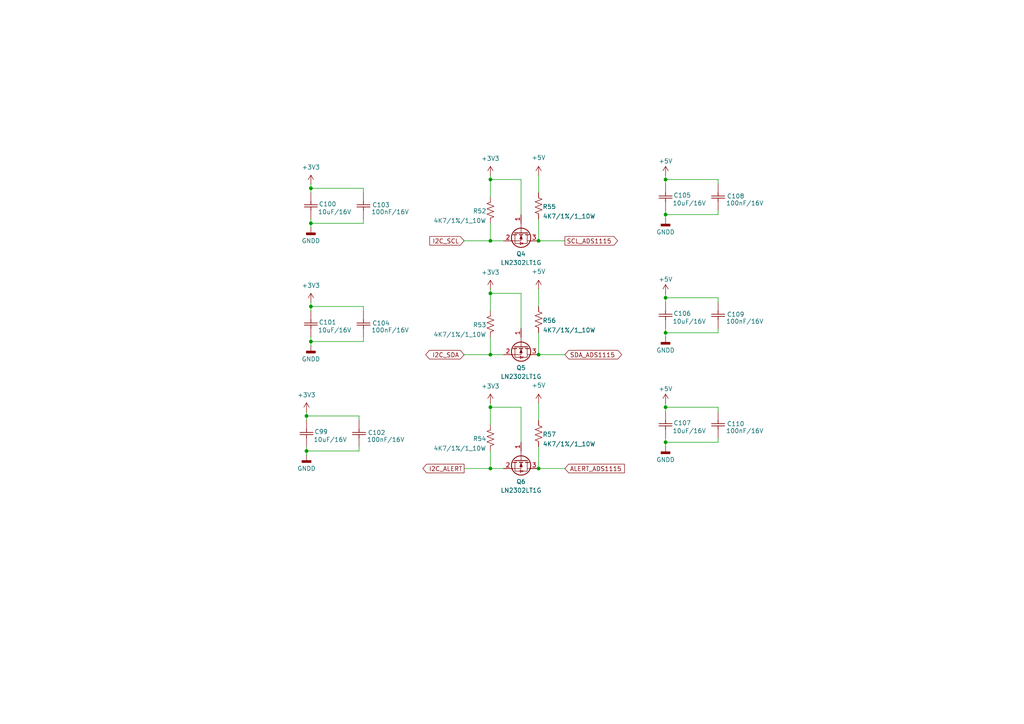
<source format=kicad_sch>
(kicad_sch
	(version 20250114)
	(generator "eeschema")
	(generator_version "9.0")
	(uuid "25367366-230b-4f22-9823-28bc99f6758f")
	(paper "A4")
	(title_block
		(title "LEVEL SHIFTING")
		(date "2024-11-03")
		(rev "Ver 2.0")
		(company "Ho Chi Minh City University of Technology - HCMUT")
		(comment 1 "Design: QUOC THANG - DONG KHOA")
		(comment 2 "PROJECT 2: PFC & LLC - 350W")
	)
	(lib_symbols
		(symbol "Ceramic_Cap_SMD_100nF_16V_1"
			(pin_numbers
				(hide yes)
			)
			(pin_names
				(hide yes)
			)
			(exclude_from_sim no)
			(in_bom yes)
			(on_board yes)
			(property "Reference" "C"
				(at 1.016 2.794 0)
				(effects
					(font
						(size 1.27 1.27)
					)
				)
			)
			(property "Value" "100nF/16V"
				(at 0.254 5.334 0)
				(effects
					(font
						(size 1.27 1.27)
					)
				)
			)
			(property "Footprint" "charge_battery_footprint_lib:Ceramic_Cap_0603"
				(at -0.254 5.08 0)
				(effects
					(font
						(size 1.27 1.27)
					)
					(hide yes)
				)
			)
			(property "Datasheet" "https://www.mouser.vn/datasheet/2/40/KYOCERA_AutoMLCCKAM-3106308.pdf"
				(at 0.254 5.08 0)
				(effects
					(font
						(size 1.27 1.27)
					)
					(hide yes)
				)
			)
			(property "Description" "10%, 0603 (1608 Metric)"
				(at 1.016 5.588 0)
				(effects
					(font
						(size 1.27 1.27)
					)
					(hide yes)
				)
			)
			(property "Supply name" "Thegioiic"
				(at 1.27 5.08 0)
				(effects
					(font
						(size 1.27 1.27)
					)
					(hide yes)
				)
			)
			(property "Supply part number" "Tụ Gốm 0603 100nF (0.1uF) 16V"
				(at 1.27 5.588 0)
				(effects
					(font
						(size 1.27 1.27)
					)
					(hide yes)
				)
			)
			(property "Supply URL" "https://www.thegioiic.com/tu-gom-0603-100nf-0-1uf-16v"
				(at 0 5.08 0)
				(effects
					(font
						(size 1.27 1.27)
					)
					(hide yes)
				)
			)
			(symbol "Ceramic_Cap_SMD_100nF_16V_1_1_1"
				(polyline
					(pts
						(xy 1.27 0) (xy 2.2098 0)
					)
					(stroke
						(width 0.2032)
						(type default)
					)
					(fill
						(type none)
					)
				)
				(polyline
					(pts
						(xy 2.2098 -1.905) (xy 2.2098 1.905)
					)
					(stroke
						(width 0.2032)
						(type default)
					)
					(fill
						(type none)
					)
				)
				(polyline
					(pts
						(xy 2.8448 0) (xy 3.81 0)
					)
					(stroke
						(width 0.2032)
						(type default)
					)
					(fill
						(type none)
					)
				)
				(polyline
					(pts
						(xy 2.8448 -1.905) (xy 2.8448 1.905)
					)
					(stroke
						(width 0.2032)
						(type default)
					)
					(fill
						(type none)
					)
				)
				(pin unspecified line
					(at -1.27 0 0)
					(length 2.54)
					(name ""
						(effects
							(font
								(size 1.27 1.27)
							)
						)
					)
					(number "1"
						(effects
							(font
								(size 1.27 1.27)
							)
						)
					)
				)
				(pin unspecified line
					(at 6.35 0 180)
					(length 2.54)
					(name ""
						(effects
							(font
								(size 1.27 1.27)
							)
						)
					)
					(number "2"
						(effects
							(font
								(size 1.27 1.27)
							)
						)
					)
				)
			)
			(embedded_fonts no)
		)
		(symbol "charge_battery_sym_lib:Ceramic_Cap_SMD_10uF_16V"
			(pin_numbers
				(hide yes)
			)
			(pin_names
				(hide yes)
			)
			(exclude_from_sim no)
			(in_bom yes)
			(on_board yes)
			(property "Reference" "C"
				(at 2.286 2.794 0)
				(effects
					(font
						(size 1.27 1.27)
					)
				)
			)
			(property "Value" "10uF/16V"
				(at 0.254 5.334 0)
				(effects
					(font
						(size 1.27 1.27)
					)
				)
			)
			(property "Footprint" "charge_battery_footprint_lib:Ceramic_Cap_0603"
				(at -0.254 5.08 0)
				(effects
					(font
						(size 1.27 1.27)
					)
					(hide yes)
				)
			)
			(property "Datasheet" "https://www.mouser.vn/datasheet/2/40/KYOCERA_AutoMLCCKAM-3106308.pdf"
				(at 0.254 5.08 0)
				(effects
					(font
						(size 1.27 1.27)
					)
					(hide yes)
				)
			)
			(property "Description" "10%, 0603 (1608 Metric)"
				(at 1.016 5.588 0)
				(effects
					(font
						(size 1.27 1.27)
					)
					(hide yes)
				)
			)
			(property "Supply name" "Thegioiic"
				(at 1.27 5.08 0)
				(effects
					(font
						(size 1.27 1.27)
					)
					(hide yes)
				)
			)
			(property "Supply part number" "Tụ Gốm 0603 10uF 16V"
				(at 1.27 5.588 0)
				(effects
					(font
						(size 1.27 1.27)
					)
					(hide yes)
				)
			)
			(property "Supply URL" "https://www.thegioiic.com/tu-gom-0603-10uf-16v"
				(at 0 5.08 0)
				(effects
					(font
						(size 1.27 1.27)
					)
					(hide yes)
				)
			)
			(property "ki_keywords" "Ceramic_Cap_SMD_10uF_16V"
				(at 0 0 0)
				(effects
					(font
						(size 1.27 1.27)
					)
					(hide yes)
				)
			)
			(symbol "Ceramic_Cap_SMD_10uF_16V_1_1"
				(polyline
					(pts
						(xy 2.54 0) (xy 3.4798 0)
					)
					(stroke
						(width 0.2032)
						(type default)
					)
					(fill
						(type none)
					)
				)
				(polyline
					(pts
						(xy 3.4798 -1.905) (xy 3.4798 1.905)
					)
					(stroke
						(width 0.2032)
						(type default)
					)
					(fill
						(type none)
					)
				)
				(polyline
					(pts
						(xy 4.1148 0) (xy 5.08 0)
					)
					(stroke
						(width 0.2032)
						(type default)
					)
					(fill
						(type none)
					)
				)
				(polyline
					(pts
						(xy 4.1148 -1.905) (xy 4.1148 1.905)
					)
					(stroke
						(width 0.2032)
						(type default)
					)
					(fill
						(type none)
					)
				)
				(pin unspecified line
					(at 0 0 0)
					(length 2.54)
					(name ""
						(effects
							(font
								(size 1.27 1.27)
							)
						)
					)
					(number "1"
						(effects
							(font
								(size 1.27 1.27)
							)
						)
					)
				)
				(pin unspecified line
					(at 7.62 0 180)
					(length 2.54)
					(name ""
						(effects
							(font
								(size 1.27 1.27)
							)
						)
					)
					(number "2"
						(effects
							(font
								(size 1.27 1.27)
							)
						)
					)
				)
			)
			(embedded_fonts no)
		)
		(symbol "charge_battery_sym_lib:LN2302LT1G"
			(pin_names
				(hide yes)
			)
			(exclude_from_sim no)
			(in_bom yes)
			(on_board yes)
			(property "Reference" "Q"
				(at 11.684 1.016 0)
				(effects
					(font
						(size 1.27 1.27)
					)
				)
			)
			(property "Value" "LN2302LT1G"
				(at 17.272 -1.016 0)
				(effects
					(font
						(size 1.27 1.27)
					)
				)
			)
			(property "Footprint" "charge_battery_footprint_lib:SOT23"
				(at -0.762 12.954 0)
				(effects
					(font
						(size 1.27 1.27)
					)
					(hide yes)
				)
			)
			(property "Datasheet" "https://www.lrc.cn/Upload/PDF/Product/MOS/ln2302lt1g.pdf"
				(at -0.508 12.7 0)
				(effects
					(font
						(size 1.27 1.27)
					)
					(hide yes)
				)
			)
			(property "Description" "N-Channel MOSFETs"
				(at -2.032 12.192 0)
				(effects
					(font
						(size 1.27 1.27)
					)
					(hide yes)
				)
			)
			(property "Supply name" "Thien Minh Electronics"
				(at 0.254 12.7 0)
				(effects
					(font
						(size 1.27 1.27)
					)
					(hide yes)
				)
			)
			(property "Supply part number" "LN2302LT1G"
				(at 1.27 12.7 0)
				(effects
					(font
						(size 1.27 1.27)
					)
					(hide yes)
				)
			)
			(property "Supply URL" "http://www.tme.vn/Product.aspx?id=839#page=pro_info"
				(at 2.54 12.192 0)
				(effects
					(font
						(size 1.27 1.27)
					)
					(hide yes)
				)
			)
			(symbol "LN2302LT1G_0_1"
				(polyline
					(pts
						(xy 5.334 1.905) (xy 5.334 -1.905)
					)
					(stroke
						(width 0.254)
						(type default)
					)
					(fill
						(type none)
					)
				)
				(polyline
					(pts
						(xy 5.334 0) (xy 2.54 0)
					)
					(stroke
						(width 0)
						(type default)
					)
					(fill
						(type none)
					)
				)
				(polyline
					(pts
						(xy 5.842 2.286) (xy 5.842 1.27)
					)
					(stroke
						(width 0.254)
						(type default)
					)
					(fill
						(type none)
					)
				)
				(polyline
					(pts
						(xy 5.842 0.508) (xy 5.842 -0.508)
					)
					(stroke
						(width 0.254)
						(type default)
					)
					(fill
						(type none)
					)
				)
				(polyline
					(pts
						(xy 5.842 -1.27) (xy 5.842 -2.286)
					)
					(stroke
						(width 0.254)
						(type default)
					)
					(fill
						(type none)
					)
				)
				(polyline
					(pts
						(xy 5.842 -1.778) (xy 8.382 -1.778) (xy 8.382 1.778) (xy 5.842 1.778)
					)
					(stroke
						(width 0)
						(type default)
					)
					(fill
						(type none)
					)
				)
				(polyline
					(pts
						(xy 6.096 0) (xy 7.112 0.381) (xy 7.112 -0.381) (xy 6.096 0)
					)
					(stroke
						(width 0)
						(type default)
					)
					(fill
						(type outline)
					)
				)
				(circle
					(center 6.731 0)
					(radius 2.794)
					(stroke
						(width 0.254)
						(type default)
					)
					(fill
						(type none)
					)
				)
				(polyline
					(pts
						(xy 7.62 2.54) (xy 7.62 1.778)
					)
					(stroke
						(width 0)
						(type default)
					)
					(fill
						(type none)
					)
				)
				(polyline
					(pts
						(xy 7.62 -2.54) (xy 7.62 0) (xy 5.842 0)
					)
					(stroke
						(width 0)
						(type default)
					)
					(fill
						(type none)
					)
				)
				(polyline
					(pts
						(xy 8.382 0.381) (xy 8.001 -0.254) (xy 8.763 -0.254) (xy 8.382 0.381)
					)
					(stroke
						(width 0)
						(type default)
					)
					(fill
						(type none)
					)
				)
				(polyline
					(pts
						(xy 8.636 0.508) (xy 8.128 0.508)
					)
					(stroke
						(width 0)
						(type default)
					)
					(fill
						(type none)
					)
				)
			)
			(symbol "LN2302LT1G_1_1"
				(pin input line
					(at 0 0 0)
					(length 2.54)
					(name "G"
						(effects
							(font
								(size 1.27 1.27)
							)
						)
					)
					(number "1"
						(effects
							(font
								(size 1.27 1.27)
							)
						)
					)
				)
				(pin passive line
					(at 7.62 5.08 270)
					(length 2.54)
					(name "D"
						(effects
							(font
								(size 1.27 1.27)
							)
						)
					)
					(number "3"
						(effects
							(font
								(size 1.27 1.27)
							)
						)
					)
				)
				(pin passive line
					(at 7.62 -5.08 90)
					(length 2.54)
					(name "S"
						(effects
							(font
								(size 1.27 1.27)
							)
						)
					)
					(number "2"
						(effects
							(font
								(size 1.27 1.27)
							)
						)
					)
				)
			)
			(embedded_fonts no)
		)
		(symbol "charge_battery_sym_lib:Res_4K7_0603_1%"
			(pin_numbers
				(hide yes)
			)
			(pin_names
				(hide yes)
			)
			(exclude_from_sim no)
			(in_bom yes)
			(on_board yes)
			(property "Reference" "R"
				(at 3.556 2.54 0)
				(effects
					(font
						(size 1.27 1.27)
					)
				)
			)
			(property "Value" "4K7/1%/1_10W"
				(at 4.064 -2.54 0)
				(effects
					(font
						(size 1.27 1.27)
					)
				)
			)
			(property "Footprint" "charge_battery_footprint_lib:Res_0603"
				(at 18.288 -15.494 0)
				(effects
					(font
						(size 1.27 1.27)
					)
					(hide yes)
				)
			)
			(property "Datasheet" ""
				(at 7.62 -15.24 0)
				(effects
					(font
						(size 1.27 1.27)
					)
					(hide yes)
				)
			)
			(property "Description" "Res 4.7 KOhm 0603 1%"
				(at 13.716 -16.002 0)
				(effects
					(font
						(size 1.27 1.27)
					)
					(hide yes)
				)
			)
			(property "Supply name" "Thegioiic"
				(at 19.304 -15.748 0)
				(effects
					(font
						(size 1.27 1.27)
					)
					(hide yes)
				)
			)
			(property "Supply part number" "Điện Trở 4.7 KOhm 0603 1%"
				(at 20.32 -15.494 0)
				(effects
					(font
						(size 1.27 1.27)
					)
					(hide yes)
				)
			)
			(property "Supply URL" "https://www.thegioiic.com/dien-tro-4-7-kohm-0603-1-"
				(at 27.432 -16.764 0)
				(effects
					(font
						(size 1.27 1.27)
					)
					(hide yes)
				)
			)
			(symbol "Res_4K7_0603_1%_0_1"
				(polyline
					(pts
						(xy 1.524 0) (xy 1.27 0)
					)
					(stroke
						(width 0)
						(type default)
					)
					(fill
						(type none)
					)
				)
				(polyline
					(pts
						(xy 1.524 0) (xy 1.905 1.016) (xy 2.286 0) (xy 2.667 -1.016) (xy 3.048 0)
					)
					(stroke
						(width 0)
						(type default)
					)
					(fill
						(type none)
					)
				)
				(polyline
					(pts
						(xy 3.048 0) (xy 3.429 1.016) (xy 3.81 0) (xy 4.191 -1.016) (xy 4.572 0)
					)
					(stroke
						(width 0)
						(type default)
					)
					(fill
						(type none)
					)
				)
				(polyline
					(pts
						(xy 4.572 0) (xy 4.953 1.016) (xy 5.334 0) (xy 5.715 -1.016) (xy 6.096 0)
					)
					(stroke
						(width 0)
						(type default)
					)
					(fill
						(type none)
					)
				)
				(polyline
					(pts
						(xy 6.096 0) (xy 6.35 0)
					)
					(stroke
						(width 0)
						(type default)
					)
					(fill
						(type none)
					)
				)
			)
			(symbol "Res_4K7_0603_1%_1_1"
				(pin passive line
					(at 0 0 0)
					(length 1.27)
					(name "~"
						(effects
							(font
								(size 1.27 1.27)
							)
						)
					)
					(number "1"
						(effects
							(font
								(size 1.27 1.27)
							)
						)
					)
				)
				(pin passive line
					(at 7.62 0 180)
					(length 1.27)
					(name "~"
						(effects
							(font
								(size 1.27 1.27)
							)
						)
					)
					(number "2"
						(effects
							(font
								(size 1.27 1.27)
							)
						)
					)
				)
			)
			(embedded_fonts no)
		)
		(symbol "power:+3V3"
			(power)
			(pin_numbers
				(hide yes)
			)
			(pin_names
				(offset 0)
				(hide yes)
			)
			(exclude_from_sim no)
			(in_bom yes)
			(on_board yes)
			(property "Reference" "#PWR"
				(at 0 -3.81 0)
				(effects
					(font
						(size 1.27 1.27)
					)
					(hide yes)
				)
			)
			(property "Value" "+3V3"
				(at 0 3.556 0)
				(effects
					(font
						(size 1.27 1.27)
					)
				)
			)
			(property "Footprint" ""
				(at 0 0 0)
				(effects
					(font
						(size 1.27 1.27)
					)
					(hide yes)
				)
			)
			(property "Datasheet" ""
				(at 0 0 0)
				(effects
					(font
						(size 1.27 1.27)
					)
					(hide yes)
				)
			)
			(property "Description" "Power symbol creates a global label with name \"+3V3\""
				(at 0 0 0)
				(effects
					(font
						(size 1.27 1.27)
					)
					(hide yes)
				)
			)
			(property "ki_keywords" "global power"
				(at 0 0 0)
				(effects
					(font
						(size 1.27 1.27)
					)
					(hide yes)
				)
			)
			(symbol "+3V3_0_1"
				(polyline
					(pts
						(xy -0.762 1.27) (xy 0 2.54)
					)
					(stroke
						(width 0)
						(type default)
					)
					(fill
						(type none)
					)
				)
				(polyline
					(pts
						(xy 0 2.54) (xy 0.762 1.27)
					)
					(stroke
						(width 0)
						(type default)
					)
					(fill
						(type none)
					)
				)
				(polyline
					(pts
						(xy 0 0) (xy 0 2.54)
					)
					(stroke
						(width 0)
						(type default)
					)
					(fill
						(type none)
					)
				)
			)
			(symbol "+3V3_1_1"
				(pin power_in line
					(at 0 0 90)
					(length 0)
					(name "~"
						(effects
							(font
								(size 1.27 1.27)
							)
						)
					)
					(number "1"
						(effects
							(font
								(size 1.27 1.27)
							)
						)
					)
				)
			)
			(embedded_fonts no)
		)
		(symbol "power:+5V"
			(power)
			(pin_numbers
				(hide yes)
			)
			(pin_names
				(offset 0)
				(hide yes)
			)
			(exclude_from_sim no)
			(in_bom yes)
			(on_board yes)
			(property "Reference" "#PWR"
				(at 0 -3.81 0)
				(effects
					(font
						(size 1.27 1.27)
					)
					(hide yes)
				)
			)
			(property "Value" "+5V"
				(at 0 3.556 0)
				(effects
					(font
						(size 1.27 1.27)
					)
				)
			)
			(property "Footprint" ""
				(at 0 0 0)
				(effects
					(font
						(size 1.27 1.27)
					)
					(hide yes)
				)
			)
			(property "Datasheet" ""
				(at 0 0 0)
				(effects
					(font
						(size 1.27 1.27)
					)
					(hide yes)
				)
			)
			(property "Description" "Power symbol creates a global label with name \"+5V\""
				(at 0 0 0)
				(effects
					(font
						(size 1.27 1.27)
					)
					(hide yes)
				)
			)
			(property "ki_keywords" "global power"
				(at 0 0 0)
				(effects
					(font
						(size 1.27 1.27)
					)
					(hide yes)
				)
			)
			(symbol "+5V_0_1"
				(polyline
					(pts
						(xy -0.762 1.27) (xy 0 2.54)
					)
					(stroke
						(width 0)
						(type default)
					)
					(fill
						(type none)
					)
				)
				(polyline
					(pts
						(xy 0 2.54) (xy 0.762 1.27)
					)
					(stroke
						(width 0)
						(type default)
					)
					(fill
						(type none)
					)
				)
				(polyline
					(pts
						(xy 0 0) (xy 0 2.54)
					)
					(stroke
						(width 0)
						(type default)
					)
					(fill
						(type none)
					)
				)
			)
			(symbol "+5V_1_1"
				(pin power_in line
					(at 0 0 90)
					(length 0)
					(name "~"
						(effects
							(font
								(size 1.27 1.27)
							)
						)
					)
					(number "1"
						(effects
							(font
								(size 1.27 1.27)
							)
						)
					)
				)
			)
			(embedded_fonts no)
		)
		(symbol "power:GNDD"
			(power)
			(pin_numbers
				(hide yes)
			)
			(pin_names
				(offset 0)
				(hide yes)
			)
			(exclude_from_sim no)
			(in_bom yes)
			(on_board yes)
			(property "Reference" "#PWR"
				(at 0 -6.35 0)
				(effects
					(font
						(size 1.27 1.27)
					)
					(hide yes)
				)
			)
			(property "Value" "GNDD"
				(at 0 -3.175 0)
				(effects
					(font
						(size 1.27 1.27)
					)
				)
			)
			(property "Footprint" ""
				(at 0 0 0)
				(effects
					(font
						(size 1.27 1.27)
					)
					(hide yes)
				)
			)
			(property "Datasheet" ""
				(at 0 0 0)
				(effects
					(font
						(size 1.27 1.27)
					)
					(hide yes)
				)
			)
			(property "Description" "Power symbol creates a global label with name \"GNDD\" , digital ground"
				(at 0 0 0)
				(effects
					(font
						(size 1.27 1.27)
					)
					(hide yes)
				)
			)
			(property "ki_keywords" "global power"
				(at 0 0 0)
				(effects
					(font
						(size 1.27 1.27)
					)
					(hide yes)
				)
			)
			(symbol "GNDD_0_1"
				(rectangle
					(start -1.27 -1.524)
					(end 1.27 -2.032)
					(stroke
						(width 0.254)
						(type default)
					)
					(fill
						(type outline)
					)
				)
				(polyline
					(pts
						(xy 0 0) (xy 0 -1.524)
					)
					(stroke
						(width 0)
						(type default)
					)
					(fill
						(type none)
					)
				)
			)
			(symbol "GNDD_1_1"
				(pin power_in line
					(at 0 0 270)
					(length 0)
					(name "~"
						(effects
							(font
								(size 1.27 1.27)
							)
						)
					)
					(number "1"
						(effects
							(font
								(size 1.27 1.27)
							)
						)
					)
				)
			)
			(embedded_fonts no)
		)
	)
	(junction
		(at 156.21 135.89)
		(diameter 0)
		(color 0 0 0 0)
		(uuid "1de28efe-75b6-47c6-a3cc-9452e4b41f93")
	)
	(junction
		(at 142.24 102.87)
		(diameter 0)
		(color 0 0 0 0)
		(uuid "2e59d39a-4442-41c9-811e-f4b69f4989f4")
	)
	(junction
		(at 156.21 69.85)
		(diameter 0)
		(color 0 0 0 0)
		(uuid "32abecd8-587e-428c-b603-ba36b5141198")
	)
	(junction
		(at 90.17 64.77)
		(diameter 0)
		(color 0 0 0 0)
		(uuid "3bb163e6-da15-4b44-bdfb-275abcadd492")
	)
	(junction
		(at 142.24 52.07)
		(diameter 0)
		(color 0 0 0 0)
		(uuid "41323811-d98e-4118-b06b-86a21055fe35")
	)
	(junction
		(at 142.24 69.85)
		(diameter 0)
		(color 0 0 0 0)
		(uuid "42167748-655d-479e-98f6-0565772de9c6")
	)
	(junction
		(at 193.04 52.07)
		(diameter 0)
		(color 0 0 0 0)
		(uuid "4dd98168-1b18-42bf-a302-a8a195ff03ac")
	)
	(junction
		(at 156.21 102.87)
		(diameter 0)
		(color 0 0 0 0)
		(uuid "77dafbb5-20aa-4ad9-bc30-862dd6146e33")
	)
	(junction
		(at 142.24 135.89)
		(diameter 0)
		(color 0 0 0 0)
		(uuid "804938d6-fe20-40ca-a61e-3a2d1c53bdae")
	)
	(junction
		(at 90.17 99.06)
		(diameter 0)
		(color 0 0 0 0)
		(uuid "8c28524d-3c29-4dd9-a7cd-4c6b6bb012df")
	)
	(junction
		(at 193.04 118.11)
		(diameter 0)
		(color 0 0 0 0)
		(uuid "9bdad73a-8fa9-4ac1-a9f2-42aed06574bf")
	)
	(junction
		(at 90.17 88.9)
		(diameter 0)
		(color 0 0 0 0)
		(uuid "9e8d6d92-e939-404c-9494-39f972380124")
	)
	(junction
		(at 88.9 130.81)
		(diameter 0)
		(color 0 0 0 0)
		(uuid "a3e3d290-2a8c-4478-840c-8bcf4232c2dd")
	)
	(junction
		(at 193.04 62.23)
		(diameter 0)
		(color 0 0 0 0)
		(uuid "ad31ad85-0f96-470f-b179-09ddea715956")
	)
	(junction
		(at 88.9 120.65)
		(diameter 0)
		(color 0 0 0 0)
		(uuid "c7dbcb8f-500d-4ff0-9304-a00e5a529965")
	)
	(junction
		(at 142.24 118.11)
		(diameter 0)
		(color 0 0 0 0)
		(uuid "dc7af303-b10d-4143-92f6-99157409a6b6")
	)
	(junction
		(at 193.04 128.27)
		(diameter 0)
		(color 0 0 0 0)
		(uuid "e05f9c1b-f149-498c-b952-f2529c99a1b8")
	)
	(junction
		(at 193.04 96.52)
		(diameter 0)
		(color 0 0 0 0)
		(uuid "ec6cfeda-e41f-4af5-b90a-f50755e4f4e1")
	)
	(junction
		(at 90.17 54.61)
		(diameter 0)
		(color 0 0 0 0)
		(uuid "ede46cb8-47c6-4eff-8f5c-cb4a2b4bf1d7")
	)
	(junction
		(at 142.24 85.09)
		(diameter 0)
		(color 0 0 0 0)
		(uuid "f12afc67-ede8-4d65-a2a7-9c5e1284a8c5")
	)
	(junction
		(at 193.04 86.36)
		(diameter 0)
		(color 0 0 0 0)
		(uuid "fd2445e3-b4bc-4f5b-bbb0-a176acaf903b")
	)
	(wire
		(pts
			(xy 156.21 63.5) (xy 156.21 69.85)
		)
		(stroke
			(width 0)
			(type default)
		)
		(uuid "01941bfa-5437-4c77-9f3d-1047c3f637eb")
	)
	(wire
		(pts
			(xy 208.28 95.25) (xy 208.28 96.52)
		)
		(stroke
			(width 0)
			(type default)
		)
		(uuid "03cd24d5-539b-4822-8f96-382101e6811f")
	)
	(wire
		(pts
			(xy 134.62 102.87) (xy 142.24 102.87)
		)
		(stroke
			(width 0)
			(type default)
		)
		(uuid "08b6477e-047c-4dfe-b082-de8f8263f1a7")
	)
	(wire
		(pts
			(xy 105.41 63.5) (xy 105.41 64.77)
		)
		(stroke
			(width 0)
			(type default)
		)
		(uuid "0967d70e-d3ec-4dc8-b865-ab026d489cae")
	)
	(wire
		(pts
			(xy 105.41 64.77) (xy 90.17 64.77)
		)
		(stroke
			(width 0)
			(type default)
		)
		(uuid "0ab63a14-c97f-40a4-b951-02ceefa42d85")
	)
	(wire
		(pts
			(xy 142.24 97.79) (xy 142.24 102.87)
		)
		(stroke
			(width 0)
			(type default)
		)
		(uuid "0b314a4a-a289-43d8-b76a-178fb3dcfbe8")
	)
	(wire
		(pts
			(xy 134.62 69.85) (xy 142.24 69.85)
		)
		(stroke
			(width 0)
			(type default)
		)
		(uuid "0fffa27c-e0fa-4ad8-9199-2ec9cc330405")
	)
	(wire
		(pts
			(xy 193.04 85.09) (xy 193.04 86.36)
		)
		(stroke
			(width 0)
			(type default)
		)
		(uuid "184541ef-bc3f-4e4f-bb80-2cf058352510")
	)
	(wire
		(pts
			(xy 142.24 85.09) (xy 142.24 90.17)
		)
		(stroke
			(width 0)
			(type default)
		)
		(uuid "1a5c7b78-1b0c-47ad-9e56-31c26793796e")
	)
	(wire
		(pts
			(xy 156.21 50.8) (xy 156.21 55.88)
		)
		(stroke
			(width 0)
			(type default)
		)
		(uuid "1d11025e-9851-4887-89b0-2e53b36e21a5")
	)
	(wire
		(pts
			(xy 104.14 120.65) (xy 88.9 120.65)
		)
		(stroke
			(width 0)
			(type default)
		)
		(uuid "1e26081e-e8c4-49f3-abed-912592b02ed2")
	)
	(wire
		(pts
			(xy 105.41 99.06) (xy 90.17 99.06)
		)
		(stroke
			(width 0)
			(type default)
		)
		(uuid "1f45a1f7-26c0-4e1b-8e3e-5361f5ea2a97")
	)
	(wire
		(pts
			(xy 142.24 52.07) (xy 142.24 57.15)
		)
		(stroke
			(width 0)
			(type default)
		)
		(uuid "200b81c8-6f48-4fc2-a182-0aea6d3216ee")
	)
	(wire
		(pts
			(xy 142.24 69.85) (xy 146.05 69.85)
		)
		(stroke
			(width 0)
			(type default)
		)
		(uuid "236ee496-7c72-4d5f-92f0-2d30328ce571")
	)
	(wire
		(pts
			(xy 193.04 118.11) (xy 193.04 119.38)
		)
		(stroke
			(width 0)
			(type default)
		)
		(uuid "269a481f-7cc9-42ad-bb9d-2919fc3fb22e")
	)
	(wire
		(pts
			(xy 90.17 88.9) (xy 90.17 90.17)
		)
		(stroke
			(width 0)
			(type default)
		)
		(uuid "29bdc0db-e009-4879-9e13-21cc8f8ab8cd")
	)
	(wire
		(pts
			(xy 105.41 88.9) (xy 90.17 88.9)
		)
		(stroke
			(width 0)
			(type default)
		)
		(uuid "36177277-688d-4b9d-83c3-79676ee17e47")
	)
	(wire
		(pts
			(xy 193.04 52.07) (xy 193.04 53.34)
		)
		(stroke
			(width 0)
			(type default)
		)
		(uuid "3931c6be-a70d-4140-a63e-6813ab76dfa1")
	)
	(wire
		(pts
			(xy 208.28 118.11) (xy 208.28 119.38)
		)
		(stroke
			(width 0)
			(type default)
		)
		(uuid "42f779b3-89be-4e88-9fc6-1fc58fb0df34")
	)
	(wire
		(pts
			(xy 163.83 135.89) (xy 156.21 135.89)
		)
		(stroke
			(width 0)
			(type default)
		)
		(uuid "4559c580-e065-4d38-b689-10c8460cd387")
	)
	(wire
		(pts
			(xy 90.17 100.33) (xy 90.17 99.06)
		)
		(stroke
			(width 0)
			(type default)
		)
		(uuid "46d30731-6738-4893-a057-de33f87fa777")
	)
	(wire
		(pts
			(xy 142.24 102.87) (xy 146.05 102.87)
		)
		(stroke
			(width 0)
			(type default)
		)
		(uuid "478087b2-da66-48e9-9fb6-dc0c5a475e88")
	)
	(wire
		(pts
			(xy 90.17 53.34) (xy 90.17 54.61)
		)
		(stroke
			(width 0)
			(type default)
		)
		(uuid "4c641b3d-8695-4e61-a9b5-dbd304be84e9")
	)
	(wire
		(pts
			(xy 142.24 52.07) (xy 151.13 52.07)
		)
		(stroke
			(width 0)
			(type default)
		)
		(uuid "50824ea5-848f-4fd6-9b6e-e98b585cc610")
	)
	(wire
		(pts
			(xy 88.9 132.08) (xy 88.9 130.81)
		)
		(stroke
			(width 0)
			(type default)
		)
		(uuid "541e3e74-a6d5-4518-b7b5-7914bf8ba111")
	)
	(wire
		(pts
			(xy 142.24 64.77) (xy 142.24 69.85)
		)
		(stroke
			(width 0)
			(type default)
		)
		(uuid "55f8dc50-dfd7-41dd-a3a9-d54935e4261e")
	)
	(wire
		(pts
			(xy 193.04 97.79) (xy 193.04 96.52)
		)
		(stroke
			(width 0)
			(type default)
		)
		(uuid "5d16282e-d15f-4462-ba04-50f775927a74")
	)
	(wire
		(pts
			(xy 88.9 120.65) (xy 88.9 121.92)
		)
		(stroke
			(width 0)
			(type default)
		)
		(uuid "5fd47bb8-3b8f-4106-9401-2c8a10a9f6c8")
	)
	(wire
		(pts
			(xy 142.24 83.82) (xy 142.24 85.09)
		)
		(stroke
			(width 0)
			(type default)
		)
		(uuid "63ccf45c-ac43-43fd-bfe6-14f8e01d93b9")
	)
	(wire
		(pts
			(xy 208.28 96.52) (xy 193.04 96.52)
		)
		(stroke
			(width 0)
			(type default)
		)
		(uuid "68e3d478-c30d-4fda-bdd3-417e19a6e5f3")
	)
	(wire
		(pts
			(xy 193.04 116.84) (xy 193.04 118.11)
		)
		(stroke
			(width 0)
			(type default)
		)
		(uuid "72136b0f-b1c1-47e3-9977-a5ac8b11b5c6")
	)
	(wire
		(pts
			(xy 193.04 86.36) (xy 193.04 87.63)
		)
		(stroke
			(width 0)
			(type default)
		)
		(uuid "772b4988-3157-439b-aad1-6fe99c15f326")
	)
	(wire
		(pts
			(xy 142.24 118.11) (xy 151.13 118.11)
		)
		(stroke
			(width 0)
			(type default)
		)
		(uuid "79e668b8-df6b-42a1-b127-2b746771c10d")
	)
	(wire
		(pts
			(xy 208.28 52.07) (xy 208.28 53.34)
		)
		(stroke
			(width 0)
			(type default)
		)
		(uuid "7a05890e-b172-42cf-b6ca-9ed9dbd28777")
	)
	(wire
		(pts
			(xy 208.28 62.23) (xy 193.04 62.23)
		)
		(stroke
			(width 0)
			(type default)
		)
		(uuid "7a1ac71b-c23a-4859-8aaa-2f85c082c534")
	)
	(wire
		(pts
			(xy 151.13 118.11) (xy 151.13 128.27)
		)
		(stroke
			(width 0)
			(type default)
		)
		(uuid "7aa6a286-ce96-4b79-8f33-f7508184ab5d")
	)
	(wire
		(pts
			(xy 156.21 83.82) (xy 156.21 88.9)
		)
		(stroke
			(width 0)
			(type default)
		)
		(uuid "7c9a80dd-d2f5-42d4-a51b-5654880c16c9")
	)
	(wire
		(pts
			(xy 90.17 99.06) (xy 90.17 97.79)
		)
		(stroke
			(width 0)
			(type default)
		)
		(uuid "7f6fd594-5b9d-412e-85a7-0f6fb64985f6")
	)
	(wire
		(pts
			(xy 90.17 64.77) (xy 90.17 63.5)
		)
		(stroke
			(width 0)
			(type default)
		)
		(uuid "7f72216b-2b67-49f2-a624-1809666604a3")
	)
	(wire
		(pts
			(xy 134.62 135.89) (xy 142.24 135.89)
		)
		(stroke
			(width 0)
			(type default)
		)
		(uuid "835ef646-0a21-4ce2-b976-4b20d5e57f26")
	)
	(wire
		(pts
			(xy 90.17 87.63) (xy 90.17 88.9)
		)
		(stroke
			(width 0)
			(type default)
		)
		(uuid "8749011a-799a-4396-9bbd-cb086b405e9d")
	)
	(wire
		(pts
			(xy 105.41 88.9) (xy 105.41 90.17)
		)
		(stroke
			(width 0)
			(type default)
		)
		(uuid "88ea2bd7-03ec-4fad-b7d0-091efc585d50")
	)
	(wire
		(pts
			(xy 105.41 97.79) (xy 105.41 99.06)
		)
		(stroke
			(width 0)
			(type default)
		)
		(uuid "8a41d14e-ac05-4702-900f-e280d37d2f20")
	)
	(wire
		(pts
			(xy 105.41 54.61) (xy 90.17 54.61)
		)
		(stroke
			(width 0)
			(type default)
		)
		(uuid "8e0cb824-f4e2-4e52-9d35-931d14ed3cd3")
	)
	(wire
		(pts
			(xy 142.24 50.8) (xy 142.24 52.07)
		)
		(stroke
			(width 0)
			(type default)
		)
		(uuid "8ed4d6a1-ee82-4dca-a479-e096f857361d")
	)
	(wire
		(pts
			(xy 142.24 118.11) (xy 142.24 123.19)
		)
		(stroke
			(width 0)
			(type default)
		)
		(uuid "8fae2f8f-fbcd-4c30-af9f-0b1890d57e16")
	)
	(wire
		(pts
			(xy 151.13 52.07) (xy 151.13 62.23)
		)
		(stroke
			(width 0)
			(type default)
		)
		(uuid "910f5279-c3f4-4370-aefa-34e0fbe415a8")
	)
	(wire
		(pts
			(xy 193.04 63.5) (xy 193.04 62.23)
		)
		(stroke
			(width 0)
			(type default)
		)
		(uuid "9519b690-10f7-4997-861a-c080719946eb")
	)
	(wire
		(pts
			(xy 193.04 96.52) (xy 193.04 95.25)
		)
		(stroke
			(width 0)
			(type default)
		)
		(uuid "a082e9d4-8a2a-4947-a0bc-f00e30019f1c")
	)
	(wire
		(pts
			(xy 142.24 116.84) (xy 142.24 118.11)
		)
		(stroke
			(width 0)
			(type default)
		)
		(uuid "a1f8d871-380e-40c2-91a6-97f96b01f8f4")
	)
	(wire
		(pts
			(xy 208.28 86.36) (xy 208.28 87.63)
		)
		(stroke
			(width 0)
			(type default)
		)
		(uuid "a2ad0454-cd7f-4fec-b4cd-01ef6fcf19a7")
	)
	(wire
		(pts
			(xy 208.28 118.11) (xy 193.04 118.11)
		)
		(stroke
			(width 0)
			(type default)
		)
		(uuid "a36510fe-8585-47c2-b0dc-f03047f5919c")
	)
	(wire
		(pts
			(xy 142.24 135.89) (xy 146.05 135.89)
		)
		(stroke
			(width 0)
			(type default)
		)
		(uuid "a460706c-778c-4a8e-bd5f-f52fef5a7756")
	)
	(wire
		(pts
			(xy 151.13 85.09) (xy 151.13 95.25)
		)
		(stroke
			(width 0)
			(type default)
		)
		(uuid "a69bb847-2161-4a5b-9278-194cc53d5af9")
	)
	(wire
		(pts
			(xy 163.83 69.85) (xy 156.21 69.85)
		)
		(stroke
			(width 0)
			(type default)
		)
		(uuid "ac7163b6-cc9a-47e8-9e2a-661187c632fa")
	)
	(wire
		(pts
			(xy 193.04 128.27) (xy 193.04 127)
		)
		(stroke
			(width 0)
			(type default)
		)
		(uuid "acffbb21-8bb3-4510-8e15-f1242c53b494")
	)
	(wire
		(pts
			(xy 88.9 119.38) (xy 88.9 120.65)
		)
		(stroke
			(width 0)
			(type default)
		)
		(uuid "ad43ec78-401e-4249-801a-bc3cf6b78897")
	)
	(wire
		(pts
			(xy 88.9 130.81) (xy 88.9 129.54)
		)
		(stroke
			(width 0)
			(type default)
		)
		(uuid "adf39404-b642-4ec3-9c48-c90a07e58c63")
	)
	(wire
		(pts
			(xy 208.28 86.36) (xy 193.04 86.36)
		)
		(stroke
			(width 0)
			(type default)
		)
		(uuid "b2981b3a-3e85-41ef-9e9a-8379e4cf7b90")
	)
	(wire
		(pts
			(xy 90.17 66.04) (xy 90.17 64.77)
		)
		(stroke
			(width 0)
			(type default)
		)
		(uuid "b2b1bd7f-17f2-4899-b495-b1931e609236")
	)
	(wire
		(pts
			(xy 104.14 120.65) (xy 104.14 121.92)
		)
		(stroke
			(width 0)
			(type default)
		)
		(uuid "b3459086-c5c0-4175-ac6e-04f168d5e01d")
	)
	(wire
		(pts
			(xy 156.21 116.84) (xy 156.21 121.92)
		)
		(stroke
			(width 0)
			(type default)
		)
		(uuid "b804b5ad-2d9a-479a-8136-584a218f8496")
	)
	(wire
		(pts
			(xy 193.04 129.54) (xy 193.04 128.27)
		)
		(stroke
			(width 0)
			(type default)
		)
		(uuid "b83111f9-344e-44a2-820f-9eff04ffef65")
	)
	(wire
		(pts
			(xy 208.28 128.27) (xy 193.04 128.27)
		)
		(stroke
			(width 0)
			(type default)
		)
		(uuid "b886c2ee-7faa-427b-b1a4-2704dfb8fe9f")
	)
	(wire
		(pts
			(xy 90.17 54.61) (xy 90.17 55.88)
		)
		(stroke
			(width 0)
			(type default)
		)
		(uuid "bdce832a-8c05-4fd8-94d3-d51304836be3")
	)
	(wire
		(pts
			(xy 104.14 130.81) (xy 88.9 130.81)
		)
		(stroke
			(width 0)
			(type default)
		)
		(uuid "c04de4d2-6399-45af-9deb-92615511446b")
	)
	(wire
		(pts
			(xy 156.21 96.52) (xy 156.21 102.87)
		)
		(stroke
			(width 0)
			(type default)
		)
		(uuid "c162fa0f-cadb-4556-8a55-a1423c59a12e")
	)
	(wire
		(pts
			(xy 193.04 50.8) (xy 193.04 52.07)
		)
		(stroke
			(width 0)
			(type default)
		)
		(uuid "c1a58f36-0cfd-4190-a96d-d8c1b0660dcf")
	)
	(wire
		(pts
			(xy 104.14 129.54) (xy 104.14 130.81)
		)
		(stroke
			(width 0)
			(type default)
		)
		(uuid "c774fcff-72c8-4660-97c4-a89d3869c7cb")
	)
	(wire
		(pts
			(xy 142.24 130.81) (xy 142.24 135.89)
		)
		(stroke
			(width 0)
			(type default)
		)
		(uuid "c7dba3fd-97e8-4632-82e6-9741cdcfe176")
	)
	(wire
		(pts
			(xy 156.21 129.54) (xy 156.21 135.89)
		)
		(stroke
			(width 0)
			(type default)
		)
		(uuid "c82ea319-3411-42ad-bcd1-49705a634140")
	)
	(wire
		(pts
			(xy 142.24 85.09) (xy 151.13 85.09)
		)
		(stroke
			(width 0)
			(type default)
		)
		(uuid "ddad0381-14c3-4433-83bf-e6ed81c3bfb6")
	)
	(wire
		(pts
			(xy 163.83 102.87) (xy 156.21 102.87)
		)
		(stroke
			(width 0)
			(type default)
		)
		(uuid "de08ee27-08ba-4359-a689-940e8510b84c")
	)
	(wire
		(pts
			(xy 208.28 60.96) (xy 208.28 62.23)
		)
		(stroke
			(width 0)
			(type default)
		)
		(uuid "e03d230b-4f57-44ad-8ee3-8ba4111189f4")
	)
	(wire
		(pts
			(xy 193.04 62.23) (xy 193.04 60.96)
		)
		(stroke
			(width 0)
			(type default)
		)
		(uuid "e40062ce-8292-4e22-b1a4-b2f37905792c")
	)
	(wire
		(pts
			(xy 208.28 127) (xy 208.28 128.27)
		)
		(stroke
			(width 0)
			(type default)
		)
		(uuid "e8585e94-6475-4123-8094-36632102541e")
	)
	(wire
		(pts
			(xy 208.28 52.07) (xy 193.04 52.07)
		)
		(stroke
			(width 0)
			(type default)
		)
		(uuid "f2f325df-18ef-49eb-ad62-46e1f9c48544")
	)
	(wire
		(pts
			(xy 105.41 54.61) (xy 105.41 55.88)
		)
		(stroke
			(width 0)
			(type default)
		)
		(uuid "fecd823c-c3a4-4a66-aa87-148eb74420b0")
	)
	(global_label "I2C_SDA"
		(shape bidirectional)
		(at 134.62 102.87 180)
		(fields_autoplaced yes)
		(effects
			(font
				(size 1.27 1.27)
			)
			(justify right)
		)
		(uuid "3eaddf04-98f9-4d05-97c1-2fb9e360bf58")
		(property "Intersheetrefs" "${INTERSHEET_REFS}"
			(at 122.9035 102.87 0)
			(effects
				(font
					(size 1.27 1.27)
				)
				(justify right)
				(hide yes)
			)
		)
	)
	(global_label "SCL_ADS1115"
		(shape output)
		(at 163.83 69.85 0)
		(fields_autoplaced yes)
		(effects
			(font
				(size 1.27 1.27)
			)
			(justify left)
		)
		(uuid "5a8cadb2-155a-4ce2-987e-fb16ff892ecb")
		(property "Intersheetrefs" "${INTERSHEET_REFS}"
			(at 179.6965 69.85 0)
			(effects
				(font
					(size 1.27 1.27)
				)
				(justify left)
				(hide yes)
			)
		)
	)
	(global_label "SDA_ADS1115"
		(shape bidirectional)
		(at 163.83 102.87 0)
		(fields_autoplaced yes)
		(effects
			(font
				(size 1.27 1.27)
			)
			(justify left)
		)
		(uuid "9ee4e55c-1744-4a1d-9649-642e178d5603")
		(property "Intersheetrefs" "${INTERSHEET_REFS}"
			(at 180.8683 102.87 0)
			(effects
				(font
					(size 1.27 1.27)
				)
				(justify left)
				(hide yes)
			)
		)
	)
	(global_label "I2C_ALERT"
		(shape output)
		(at 134.62 135.89 180)
		(fields_autoplaced yes)
		(effects
			(font
				(size 1.27 1.27)
			)
			(justify right)
		)
		(uuid "b234ce16-58c2-479e-bcb7-edfd4a6ff66d")
		(property "Intersheetrefs" "${INTERSHEET_REFS}"
			(at 122.0796 135.89 0)
			(effects
				(font
					(size 1.27 1.27)
				)
				(justify right)
				(hide yes)
			)
		)
	)
	(global_label "ALERT_ADS1115"
		(shape input)
		(at 163.83 135.89 0)
		(fields_autoplaced yes)
		(effects
			(font
				(size 1.27 1.27)
			)
			(justify left)
		)
		(uuid "ba219307-6b97-4990-a28d-bd7f90543acd")
		(property "Intersheetrefs" "${INTERSHEET_REFS}"
			(at 181.6922 135.89 0)
			(effects
				(font
					(size 1.27 1.27)
				)
				(justify left)
				(hide yes)
			)
		)
	)
	(global_label "I2C_SCL"
		(shape input)
		(at 134.62 69.85 180)
		(fields_autoplaced yes)
		(effects
			(font
				(size 1.27 1.27)
			)
			(justify right)
		)
		(uuid "e6968ec7-4749-49c9-a275-81c89c2c0970")
		(property "Intersheetrefs" "${INTERSHEET_REFS}"
			(at 124.0753 69.85 0)
			(effects
				(font
					(size 1.27 1.27)
				)
				(justify right)
				(hide yes)
			)
		)
	)
	(symbol
		(lib_id "power:GNDD")
		(at 193.04 97.79 0)
		(unit 1)
		(exclude_from_sim no)
		(in_bom yes)
		(on_board yes)
		(dnp no)
		(fields_autoplaced yes)
		(uuid "062b2d72-abb2-406b-a7e2-e716c4a7940f")
		(property "Reference" "#PWR0144"
			(at 193.04 104.14 0)
			(effects
				(font
					(size 1.27 1.27)
				)
				(hide yes)
			)
		)
		(property "Value" "GNDD"
			(at 193.04 101.6 0)
			(effects
				(font
					(size 1.27 1.27)
				)
			)
		)
		(property "Footprint" ""
			(at 193.04 97.79 0)
			(effects
				(font
					(size 1.27 1.27)
				)
				(hide yes)
			)
		)
		(property "Datasheet" ""
			(at 193.04 97.79 0)
			(effects
				(font
					(size 1.27 1.27)
				)
				(hide yes)
			)
		)
		(property "Description" "Power symbol creates a global label with name \"GNDD\" , digital ground"
			(at 193.04 97.79 0)
			(effects
				(font
					(size 1.27 1.27)
				)
				(hide yes)
			)
		)
		(pin "1"
			(uuid "6ea155f1-97e9-4565-b3b5-40a0bbeb20f4")
		)
		(instances
			(project "PFC & LLC"
				(path "/97d1a1fe-d5a5-4da8-b78a-88a9132d14ad/9cd95f3e-5010-4970-88ae-b8d7b603fb03"
					(reference "#PWR0144")
					(unit 1)
				)
			)
		)
	)
	(symbol
		(lib_id "power:+3V3")
		(at 90.17 53.34 0)
		(unit 1)
		(exclude_from_sim no)
		(in_bom yes)
		(on_board yes)
		(dnp no)
		(uuid "0abe283d-6000-41ee-bc41-ec808ace564e")
		(property "Reference" "#PWR0131"
			(at 90.17 57.15 0)
			(effects
				(font
					(size 1.27 1.27)
				)
				(hide yes)
			)
		)
		(property "Value" "+3V3"
			(at 90.17 48.514 0)
			(effects
				(font
					(size 1.27 1.27)
				)
			)
		)
		(property "Footprint" ""
			(at 90.17 53.34 0)
			(effects
				(font
					(size 1.27 1.27)
				)
				(hide yes)
			)
		)
		(property "Datasheet" ""
			(at 90.17 53.34 0)
			(effects
				(font
					(size 1.27 1.27)
				)
				(hide yes)
			)
		)
		(property "Description" "Power symbol creates a global label with name \"+3V3\""
			(at 90.17 53.34 0)
			(effects
				(font
					(size 1.27 1.27)
				)
				(hide yes)
			)
		)
		(pin "1"
			(uuid "0427ddae-3caa-4310-ba39-6fa19cac0319")
		)
		(instances
			(project "PFC & LLC"
				(path "/97d1a1fe-d5a5-4da8-b78a-88a9132d14ad/9cd95f3e-5010-4970-88ae-b8d7b603fb03"
					(reference "#PWR0131")
					(unit 1)
				)
			)
		)
	)
	(symbol
		(lib_id "power:+3V3")
		(at 90.17 87.63 0)
		(unit 1)
		(exclude_from_sim no)
		(in_bom yes)
		(on_board yes)
		(dnp no)
		(uuid "0d1fe2f2-b4c1-4602-bcf8-19414e2b38ef")
		(property "Reference" "#PWR0133"
			(at 90.17 91.44 0)
			(effects
				(font
					(size 1.27 1.27)
				)
				(hide yes)
			)
		)
		(property "Value" "+3V3"
			(at 90.17 82.804 0)
			(effects
				(font
					(size 1.27 1.27)
				)
			)
		)
		(property "Footprint" ""
			(at 90.17 87.63 0)
			(effects
				(font
					(size 1.27 1.27)
				)
				(hide yes)
			)
		)
		(property "Datasheet" ""
			(at 90.17 87.63 0)
			(effects
				(font
					(size 1.27 1.27)
				)
				(hide yes)
			)
		)
		(property "Description" "Power symbol creates a global label with name \"+3V3\""
			(at 90.17 87.63 0)
			(effects
				(font
					(size 1.27 1.27)
				)
				(hide yes)
			)
		)
		(pin "1"
			(uuid "a12a7ce5-0e92-4382-8041-fe14ae3c3b9f")
		)
		(instances
			(project "PFC & LLC"
				(path "/97d1a1fe-d5a5-4da8-b78a-88a9132d14ad/9cd95f3e-5010-4970-88ae-b8d7b603fb03"
					(reference "#PWR0133")
					(unit 1)
				)
			)
		)
	)
	(symbol
		(lib_id "charge_battery_sym_lib:Ceramic_Cap_SMD_10uF_16V")
		(at 90.17 97.79 90)
		(unit 1)
		(exclude_from_sim no)
		(in_bom yes)
		(on_board yes)
		(dnp no)
		(uuid "0f8fb486-4da8-49f7-9e0d-d35789eb67eb")
		(property "Reference" "C101"
			(at 92.456 93.472 90)
			(effects
				(font
					(size 1.27 1.27)
				)
				(justify right)
			)
		)
		(property "Value" "10uF/16V"
			(at 92.202 95.758 90)
			(effects
				(font
					(size 1.27 1.27)
				)
				(justify right)
			)
		)
		(property "Footprint" "charge_battery_footprint_lib:Ceramic_Cap_0603"
			(at 85.09 98.044 0)
			(effects
				(font
					(size 1.27 1.27)
				)
				(hide yes)
			)
		)
		(property "Datasheet" "https://www.mouser.vn/datasheet/2/40/KYOCERA_AutoMLCCKAM-3106308.pdf"
			(at 85.09 97.536 0)
			(effects
				(font
					(size 1.27 1.27)
				)
				(hide yes)
			)
		)
		(property "Description" "10%, 0603 (1608 Metric)"
			(at 84.582 96.774 0)
			(effects
				(font
					(size 1.27 1.27)
				)
				(hide yes)
			)
		)
		(property "Supply name" "Thegioiic"
			(at 85.09 96.52 0)
			(effects
				(font
					(size 1.27 1.27)
				)
				(hide yes)
			)
		)
		(property "Supply part number" "Tụ Gốm 0603 10uF 16V"
			(at 84.582 96.52 0)
			(effects
				(font
					(size 1.27 1.27)
				)
				(hide yes)
			)
		)
		(property "Supply URL" "https://www.thegioiic.com/tu-gom-0603-10uf-16v"
			(at 85.09 97.79 0)
			(effects
				(font
					(size 1.27 1.27)
				)
				(hide yes)
			)
		)
		(pin "1"
			(uuid "a84a4b19-2eda-4efc-895d-6a43143523e0")
		)
		(pin "2"
			(uuid "e2bb06eb-7b3d-41a1-bbae-cbf6dc972ff7")
		)
		(instances
			(project "PFC & LLC"
				(path "/97d1a1fe-d5a5-4da8-b78a-88a9132d14ad/9cd95f3e-5010-4970-88ae-b8d7b603fb03"
					(reference "C101")
					(unit 1)
				)
			)
		)
	)
	(symbol
		(lib_id "power:+3V3")
		(at 142.24 83.82 0)
		(unit 1)
		(exclude_from_sim no)
		(in_bom yes)
		(on_board yes)
		(dnp no)
		(uuid "1cf5d8fb-6c2c-4cf2-a80b-66882f7b138f")
		(property "Reference" "#PWR0136"
			(at 142.24 87.63 0)
			(effects
				(font
					(size 1.27 1.27)
				)
				(hide yes)
			)
		)
		(property "Value" "+3V3"
			(at 142.24 78.994 0)
			(effects
				(font
					(size 1.27 1.27)
				)
			)
		)
		(property "Footprint" ""
			(at 142.24 83.82 0)
			(effects
				(font
					(size 1.27 1.27)
				)
				(hide yes)
			)
		)
		(property "Datasheet" ""
			(at 142.24 83.82 0)
			(effects
				(font
					(size 1.27 1.27)
				)
				(hide yes)
			)
		)
		(property "Description" "Power symbol creates a global label with name \"+3V3\""
			(at 142.24 83.82 0)
			(effects
				(font
					(size 1.27 1.27)
				)
				(hide yes)
			)
		)
		(pin "1"
			(uuid "25336e7f-b55e-4ed6-b3f9-a3127e2c7c6c")
		)
		(instances
			(project "PFC & LLC"
				(path "/97d1a1fe-d5a5-4da8-b78a-88a9132d14ad/9cd95f3e-5010-4970-88ae-b8d7b603fb03"
					(reference "#PWR0136")
					(unit 1)
				)
			)
		)
	)
	(symbol
		(lib_id "charge_battery_sym_lib:Res_4K7_0603_1%")
		(at 142.24 64.77 270)
		(mirror x)
		(unit 1)
		(exclude_from_sim no)
		(in_bom yes)
		(on_board yes)
		(dnp no)
		(uuid "239f2518-1b07-47fa-92ef-b6f708357e82")
		(property "Reference" "R52"
			(at 137.16 61.214 90)
			(effects
				(font
					(size 1.27 1.27)
				)
				(justify left)
			)
		)
		(property "Value" "4K7/1%/1_10W"
			(at 125.73 64.008 90)
			(effects
				(font
					(size 1.27 1.27)
				)
				(justify left)
			)
		)
		(property "Footprint" "charge_battery_footprint_lib:Res_0603"
			(at 126.746 46.482 0)
			(effects
				(font
					(size 1.27 1.27)
				)
				(hide yes)
			)
		)
		(property "Datasheet" ""
			(at 127 57.15 0)
			(effects
				(font
					(size 1.27 1.27)
				)
				(hide yes)
			)
		)
		(property "Description" "Res 4.7 KOhm 0603 1%"
			(at 126.238 51.054 0)
			(effects
				(font
					(size 1.27 1.27)
				)
				(hide yes)
			)
		)
		(property "Supply name" "Thegioiic"
			(at 126.492 45.466 0)
			(effects
				(font
					(size 1.27 1.27)
				)
				(hide yes)
			)
		)
		(property "Supply part number" "Điện Trở 4.7 KOhm 0603 1%"
			(at 126.746 44.45 0)
			(effects
				(font
					(size 1.27 1.27)
				)
				(hide yes)
			)
		)
		(property "Supply URL" "https://www.thegioiic.com/dien-tro-4-7-kohm-0603-1-"
			(at 125.476 37.338 0)
			(effects
				(font
					(size 1.27 1.27)
				)
				(hide yes)
			)
		)
		(pin "2"
			(uuid "ece7b387-21ea-444e-9489-0c8595e7dea1")
		)
		(pin "1"
			(uuid "6321d7fa-2351-4df1-9176-2e4972a7e6c1")
		)
		(instances
			(project "PFC & LLC"
				(path "/97d1a1fe-d5a5-4da8-b78a-88a9132d14ad/9cd95f3e-5010-4970-88ae-b8d7b603fb03"
					(reference "R52")
					(unit 1)
				)
			)
		)
	)
	(symbol
		(lib_id "charge_battery_sym_lib:Ceramic_Cap_SMD_10uF_16V")
		(at 193.04 127 90)
		(unit 1)
		(exclude_from_sim no)
		(in_bom yes)
		(on_board yes)
		(dnp no)
		(uuid "2b217d4d-e358-4780-bad1-f785cecd2087")
		(property "Reference" "C107"
			(at 195.326 122.682 90)
			(effects
				(font
					(size 1.27 1.27)
				)
				(justify right)
			)
		)
		(property "Value" "10uF/16V"
			(at 195.072 124.968 90)
			(effects
				(font
					(size 1.27 1.27)
				)
				(justify right)
			)
		)
		(property "Footprint" "charge_battery_footprint_lib:Ceramic_Cap_0603"
			(at 187.96 127.254 0)
			(effects
				(font
					(size 1.27 1.27)
				)
				(hide yes)
			)
		)
		(property "Datasheet" "https://www.mouser.vn/datasheet/2/40/KYOCERA_AutoMLCCKAM-3106308.pdf"
			(at 187.96 126.746 0)
			(effects
				(font
					(size 1.27 1.27)
				)
				(hide yes)
			)
		)
		(property "Description" "10%, 0603 (1608 Metric)"
			(at 187.452 125.984 0)
			(effects
				(font
					(size 1.27 1.27)
				)
				(hide yes)
			)
		)
		(property "Supply name" "Thegioiic"
			(at 187.96 125.73 0)
			(effects
				(font
					(size 1.27 1.27)
				)
				(hide yes)
			)
		)
		(property "Supply part number" "Tụ Gốm 0603 10uF 16V"
			(at 187.452 125.73 0)
			(effects
				(font
					(size 1.27 1.27)
				)
				(hide yes)
			)
		)
		(property "Supply URL" "https://www.thegioiic.com/tu-gom-0603-10uf-16v"
			(at 187.96 127 0)
			(effects
				(font
					(size 1.27 1.27)
				)
				(hide yes)
			)
		)
		(pin "1"
			(uuid "95ecd373-c0d8-4def-8c1e-56a251a2de17")
		)
		(pin "2"
			(uuid "2cc22f50-0686-4ee1-9562-b1962dfc60a3")
		)
		(instances
			(project "PFC & LLC"
				(path "/97d1a1fe-d5a5-4da8-b78a-88a9132d14ad/9cd95f3e-5010-4970-88ae-b8d7b603fb03"
					(reference "C107")
					(unit 1)
				)
			)
		)
	)
	(symbol
		(lib_id "charge_battery_sym_lib:Res_4K7_0603_1%")
		(at 156.21 63.5 90)
		(unit 1)
		(exclude_from_sim no)
		(in_bom yes)
		(on_board yes)
		(dnp no)
		(uuid "2bdc710f-cf29-46f3-b205-a6f912c55e2c")
		(property "Reference" "R55"
			(at 161.29 59.944 90)
			(effects
				(font
					(size 1.27 1.27)
				)
				(justify left)
			)
		)
		(property "Value" "4K7/1%/1_10W"
			(at 172.72 62.738 90)
			(effects
				(font
					(size 1.27 1.27)
				)
				(justify left)
			)
		)
		(property "Footprint" "charge_battery_footprint_lib:Res_0603"
			(at 171.704 45.212 0)
			(effects
				(font
					(size 1.27 1.27)
				)
				(hide yes)
			)
		)
		(property "Datasheet" ""
			(at 171.45 55.88 0)
			(effects
				(font
					(size 1.27 1.27)
				)
				(hide yes)
			)
		)
		(property "Description" "Res 4.7 KOhm 0603 1%"
			(at 172.212 49.784 0)
			(effects
				(font
					(size 1.27 1.27)
				)
				(hide yes)
			)
		)
		(property "Supply name" "Thegioiic"
			(at 171.958 44.196 0)
			(effects
				(font
					(size 1.27 1.27)
				)
				(hide yes)
			)
		)
		(property "Supply part number" "Điện Trở 4.7 KOhm 0603 1%"
			(at 171.704 43.18 0)
			(effects
				(font
					(size 1.27 1.27)
				)
				(hide yes)
			)
		)
		(property "Supply URL" "https://www.thegioiic.com/dien-tro-4-7-kohm-0603-1-"
			(at 172.974 36.068 0)
			(effects
				(font
					(size 1.27 1.27)
				)
				(hide yes)
			)
		)
		(pin "2"
			(uuid "e83cbc22-15e4-48e2-a08d-5ae8d84339ce")
		)
		(pin "1"
			(uuid "b5ce7dec-02ae-4551-83f7-479ce5cdba32")
		)
		(instances
			(project "PFC & LLC"
				(path "/97d1a1fe-d5a5-4da8-b78a-88a9132d14ad/9cd95f3e-5010-4970-88ae-b8d7b603fb03"
					(reference "R55")
					(unit 1)
				)
			)
		)
	)
	(symbol
		(lib_name "Ceramic_Cap_SMD_100nF_16V_1")
		(lib_id "charge_battery_sym_lib:Ceramic_Cap_SMD_100nF_16V")
		(at 104.14 128.27 90)
		(unit 1)
		(exclude_from_sim no)
		(in_bom yes)
		(on_board yes)
		(dnp no)
		(uuid "3617736d-202d-443b-ab60-b51d04422e87")
		(property "Reference" "C102"
			(at 106.68 125.476 90)
			(effects
				(font
					(size 1.27 1.27)
				)
				(justify right)
			)
		)
		(property "Value" "100nF/16V"
			(at 106.426 127.508 90)
			(effects
				(font
					(size 1.27 1.27)
				)
				(justify right)
			)
		)
		(property "Footprint" "charge_battery_footprint_lib:Ceramic_Cap_0603"
			(at 99.06 128.524 0)
			(effects
				(font
					(size 1.27 1.27)
				)
				(hide yes)
			)
		)
		(property "Datasheet" "https://www.mouser.vn/datasheet/2/40/KYOCERA_AutoMLCCKAM-3106308.pdf"
			(at 99.06 128.016 0)
			(effects
				(font
					(size 1.27 1.27)
				)
				(hide yes)
			)
		)
		(property "Description" "10%, 0603 (1608 Metric)"
			(at 98.552 127.254 0)
			(effects
				(font
					(size 1.27 1.27)
				)
				(hide yes)
			)
		)
		(property "Supply name" "Thegioiic"
			(at 99.06 127 0)
			(effects
				(font
					(size 1.27 1.27)
				)
				(hide yes)
			)
		)
		(property "Supply part number" "Tụ Gốm 0603 100nF (0.1uF) 16V"
			(at 98.552 127 0)
			(effects
				(font
					(size 1.27 1.27)
				)
				(hide yes)
			)
		)
		(property "Supply URL" "https://www.thegioiic.com/tu-gom-0603-100nf-0-1uf-16v"
			(at 99.06 128.27 0)
			(effects
				(font
					(size 1.27 1.27)
				)
				(hide yes)
			)
		)
		(pin "2"
			(uuid "8ebc56b0-bec9-4687-af53-f05e94122339")
		)
		(pin "1"
			(uuid "995a6dde-d57c-4d9e-b2b7-8e0249918e39")
		)
		(instances
			(project "PFC & LLC"
				(path "/97d1a1fe-d5a5-4da8-b78a-88a9132d14ad/9cd95f3e-5010-4970-88ae-b8d7b603fb03"
					(reference "C102")
					(unit 1)
				)
			)
		)
	)
	(symbol
		(lib_id "power:GNDD")
		(at 90.17 100.33 0)
		(unit 1)
		(exclude_from_sim no)
		(in_bom yes)
		(on_board yes)
		(dnp no)
		(fields_autoplaced yes)
		(uuid "38f339a1-7656-4f23-b023-c6fb2bbc33c9")
		(property "Reference" "#PWR0134"
			(at 90.17 106.68 0)
			(effects
				(font
					(size 1.27 1.27)
				)
				(hide yes)
			)
		)
		(property "Value" "GNDD"
			(at 90.17 104.14 0)
			(effects
				(font
					(size 1.27 1.27)
				)
			)
		)
		(property "Footprint" ""
			(at 90.17 100.33 0)
			(effects
				(font
					(size 1.27 1.27)
				)
				(hide yes)
			)
		)
		(property "Datasheet" ""
			(at 90.17 100.33 0)
			(effects
				(font
					(size 1.27 1.27)
				)
				(hide yes)
			)
		)
		(property "Description" "Power symbol creates a global label with name \"GNDD\" , digital ground"
			(at 90.17 100.33 0)
			(effects
				(font
					(size 1.27 1.27)
				)
				(hide yes)
			)
		)
		(pin "1"
			(uuid "7fb33b51-1479-493d-ad00-129a9a51ed83")
		)
		(instances
			(project "PFC & LLC"
				(path "/97d1a1fe-d5a5-4da8-b78a-88a9132d14ad/9cd95f3e-5010-4970-88ae-b8d7b603fb03"
					(reference "#PWR0134")
					(unit 1)
				)
			)
		)
	)
	(symbol
		(lib_id "charge_battery_sym_lib:Ceramic_Cap_SMD_10uF_16V")
		(at 88.9 129.54 90)
		(unit 1)
		(exclude_from_sim no)
		(in_bom yes)
		(on_board yes)
		(dnp no)
		(uuid "46c49223-1f22-432a-bdfc-d10fa7d35841")
		(property "Reference" "C99"
			(at 91.186 125.222 90)
			(effects
				(font
					(size 1.27 1.27)
				)
				(justify right)
			)
		)
		(property "Value" "10uF/16V"
			(at 90.932 127.508 90)
			(effects
				(font
					(size 1.27 1.27)
				)
				(justify right)
			)
		)
		(property "Footprint" "charge_battery_footprint_lib:Ceramic_Cap_0603"
			(at 83.82 129.794 0)
			(effects
				(font
					(size 1.27 1.27)
				)
				(hide yes)
			)
		)
		(property "Datasheet" "https://www.mouser.vn/datasheet/2/40/KYOCERA_AutoMLCCKAM-3106308.pdf"
			(at 83.82 129.286 0)
			(effects
				(font
					(size 1.27 1.27)
				)
				(hide yes)
			)
		)
		(property "Description" "10%, 0603 (1608 Metric)"
			(at 83.312 128.524 0)
			(effects
				(font
					(size 1.27 1.27)
				)
				(hide yes)
			)
		)
		(property "Supply name" "Thegioiic"
			(at 83.82 128.27 0)
			(effects
				(font
					(size 1.27 1.27)
				)
				(hide yes)
			)
		)
		(property "Supply part number" "Tụ Gốm 0603 10uF 16V"
			(at 83.312 128.27 0)
			(effects
				(font
					(size 1.27 1.27)
				)
				(hide yes)
			)
		)
		(property "Supply URL" "https://www.thegioiic.com/tu-gom-0603-10uf-16v"
			(at 83.82 129.54 0)
			(effects
				(font
					(size 1.27 1.27)
				)
				(hide yes)
			)
		)
		(pin "1"
			(uuid "8b54153e-f967-4601-97bf-ecd3c74ac439")
		)
		(pin "2"
			(uuid "adc3ccd4-5d00-41a8-8a6a-57cc1e45b501")
		)
		(instances
			(project "PFC & LLC"
				(path "/97d1a1fe-d5a5-4da8-b78a-88a9132d14ad/9cd95f3e-5010-4970-88ae-b8d7b603fb03"
					(reference "C99")
					(unit 1)
				)
			)
		)
	)
	(symbol
		(lib_id "power:+3V3")
		(at 88.9 119.38 0)
		(unit 1)
		(exclude_from_sim no)
		(in_bom yes)
		(on_board yes)
		(dnp no)
		(uuid "47677e21-c969-4ec8-a41b-a37b480063ac")
		(property "Reference" "#PWR0129"
			(at 88.9 123.19 0)
			(effects
				(font
					(size 1.27 1.27)
				)
				(hide yes)
			)
		)
		(property "Value" "+3V3"
			(at 88.9 114.554 0)
			(effects
				(font
					(size 1.27 1.27)
				)
			)
		)
		(property "Footprint" ""
			(at 88.9 119.38 0)
			(effects
				(font
					(size 1.27 1.27)
				)
				(hide yes)
			)
		)
		(property "Datasheet" ""
			(at 88.9 119.38 0)
			(effects
				(font
					(size 1.27 1.27)
				)
				(hide yes)
			)
		)
		(property "Description" "Power symbol creates a global label with name \"+3V3\""
			(at 88.9 119.38 0)
			(effects
				(font
					(size 1.27 1.27)
				)
				(hide yes)
			)
		)
		(pin "1"
			(uuid "a14d3de8-db87-461d-98cb-3408e573ac4a")
		)
		(instances
			(project "PFC & LLC"
				(path "/97d1a1fe-d5a5-4da8-b78a-88a9132d14ad/9cd95f3e-5010-4970-88ae-b8d7b603fb03"
					(reference "#PWR0129")
					(unit 1)
				)
			)
		)
	)
	(symbol
		(lib_id "charge_battery_sym_lib:Res_4K7_0603_1%")
		(at 142.24 97.79 270)
		(mirror x)
		(unit 1)
		(exclude_from_sim no)
		(in_bom yes)
		(on_board yes)
		(dnp no)
		(uuid "4dd92b01-c4be-4aa5-9e14-c5df5ac2e0c1")
		(property "Reference" "R53"
			(at 137.16 94.234 90)
			(effects
				(font
					(size 1.27 1.27)
				)
				(justify left)
			)
		)
		(property "Value" "4K7/1%/1_10W"
			(at 125.73 97.028 90)
			(effects
				(font
					(size 1.27 1.27)
				)
				(justify left)
			)
		)
		(property "Footprint" "charge_battery_footprint_lib:Res_0603"
			(at 126.746 79.502 0)
			(effects
				(font
					(size 1.27 1.27)
				)
				(hide yes)
			)
		)
		(property "Datasheet" ""
			(at 127 90.17 0)
			(effects
				(font
					(size 1.27 1.27)
				)
				(hide yes)
			)
		)
		(property "Description" "Res 4.7 KOhm 0603 1%"
			(at 126.238 84.074 0)
			(effects
				(font
					(size 1.27 1.27)
				)
				(hide yes)
			)
		)
		(property "Supply name" "Thegioiic"
			(at 126.492 78.486 0)
			(effects
				(font
					(size 1.27 1.27)
				)
				(hide yes)
			)
		)
		(property "Supply part number" "Điện Trở 4.7 KOhm 0603 1%"
			(at 126.746 77.47 0)
			(effects
				(font
					(size 1.27 1.27)
				)
				(hide yes)
			)
		)
		(property "Supply URL" "https://www.thegioiic.com/dien-tro-4-7-kohm-0603-1-"
			(at 125.476 70.358 0)
			(effects
				(font
					(size 1.27 1.27)
				)
				(hide yes)
			)
		)
		(pin "2"
			(uuid "4030f222-878f-4bfd-949c-03132cf93f0c")
		)
		(pin "1"
			(uuid "c0551a0f-eb0a-42dc-8e86-12e80930e5b5")
		)
		(instances
			(project "PFC & LLC"
				(path "/97d1a1fe-d5a5-4da8-b78a-88a9132d14ad/9cd95f3e-5010-4970-88ae-b8d7b603fb03"
					(reference "R53")
					(unit 1)
				)
			)
		)
	)
	(symbol
		(lib_id "power:GNDD")
		(at 88.9 132.08 0)
		(unit 1)
		(exclude_from_sim no)
		(in_bom yes)
		(on_board yes)
		(dnp no)
		(fields_autoplaced yes)
		(uuid "502152f0-1e70-4feb-a823-a07bb6e6ce70")
		(property "Reference" "#PWR0130"
			(at 88.9 138.43 0)
			(effects
				(font
					(size 1.27 1.27)
				)
				(hide yes)
			)
		)
		(property "Value" "GNDD"
			(at 88.9 135.89 0)
			(effects
				(font
					(size 1.27 1.27)
				)
			)
		)
		(property "Footprint" ""
			(at 88.9 132.08 0)
			(effects
				(font
					(size 1.27 1.27)
				)
				(hide yes)
			)
		)
		(property "Datasheet" ""
			(at 88.9 132.08 0)
			(effects
				(font
					(size 1.27 1.27)
				)
				(hide yes)
			)
		)
		(property "Description" "Power symbol creates a global label with name \"GNDD\" , digital ground"
			(at 88.9 132.08 0)
			(effects
				(font
					(size 1.27 1.27)
				)
				(hide yes)
			)
		)
		(pin "1"
			(uuid "bf4f75aa-4d57-41b2-bc7e-524cbff1f582")
		)
		(instances
			(project "PFC & LLC"
				(path "/97d1a1fe-d5a5-4da8-b78a-88a9132d14ad/9cd95f3e-5010-4970-88ae-b8d7b603fb03"
					(reference "#PWR0130")
					(unit 1)
				)
			)
		)
	)
	(symbol
		(lib_id "charge_battery_sym_lib:Res_4K7_0603_1%")
		(at 156.21 129.54 90)
		(unit 1)
		(exclude_from_sim no)
		(in_bom yes)
		(on_board yes)
		(dnp no)
		(uuid "5308cea6-f0e5-4e21-bde5-ba571020fb57")
		(property "Reference" "R57"
			(at 161.29 125.984 90)
			(effects
				(font
					(size 1.27 1.27)
				)
				(justify left)
			)
		)
		(property "Value" "4K7/1%/1_10W"
			(at 172.72 128.778 90)
			(effects
				(font
					(size 1.27 1.27)
				)
				(justify left)
			)
		)
		(property "Footprint" "charge_battery_footprint_lib:Res_0603"
			(at 171.704 111.252 0)
			(effects
				(font
					(size 1.27 1.27)
				)
				(hide yes)
			)
		)
		(property "Datasheet" ""
			(at 171.45 121.92 0)
			(effects
				(font
					(size 1.27 1.27)
				)
				(hide yes)
			)
		)
		(property "Description" "Res 4.7 KOhm 0603 1%"
			(at 172.212 115.824 0)
			(effects
				(font
					(size 1.27 1.27)
				)
				(hide yes)
			)
		)
		(property "Supply name" "Thegioiic"
			(at 171.958 110.236 0)
			(effects
				(font
					(size 1.27 1.27)
				)
				(hide yes)
			)
		)
		(property "Supply part number" "Điện Trở 4.7 KOhm 0603 1%"
			(at 171.704 109.22 0)
			(effects
				(font
					(size 1.27 1.27)
				)
				(hide yes)
			)
		)
		(property "Supply URL" "https://www.thegioiic.com/dien-tro-4-7-kohm-0603-1-"
			(at 172.974 102.108 0)
			(effects
				(font
					(size 1.27 1.27)
				)
				(hide yes)
			)
		)
		(pin "2"
			(uuid "5690ae87-f8c7-4885-b9ac-4cd16754718f")
		)
		(pin "1"
			(uuid "14a7d22b-c2c4-40c8-a38f-a7d36ac261db")
		)
		(instances
			(project "PFC & LLC"
				(path "/97d1a1fe-d5a5-4da8-b78a-88a9132d14ad/9cd95f3e-5010-4970-88ae-b8d7b603fb03"
					(reference "R57")
					(unit 1)
				)
			)
		)
	)
	(symbol
		(lib_id "power:+3V3")
		(at 142.24 116.84 0)
		(unit 1)
		(exclude_from_sim no)
		(in_bom yes)
		(on_board yes)
		(dnp no)
		(uuid "53ad0d98-e2d8-437e-a441-7ad7e3a75266")
		(property "Reference" "#PWR0137"
			(at 142.24 120.65 0)
			(effects
				(font
					(size 1.27 1.27)
				)
				(hide yes)
			)
		)
		(property "Value" "+3V3"
			(at 142.24 112.014 0)
			(effects
				(font
					(size 1.27 1.27)
				)
			)
		)
		(property "Footprint" ""
			(at 142.24 116.84 0)
			(effects
				(font
					(size 1.27 1.27)
				)
				(hide yes)
			)
		)
		(property "Datasheet" ""
			(at 142.24 116.84 0)
			(effects
				(font
					(size 1.27 1.27)
				)
				(hide yes)
			)
		)
		(property "Description" "Power symbol creates a global label with name \"+3V3\""
			(at 142.24 116.84 0)
			(effects
				(font
					(size 1.27 1.27)
				)
				(hide yes)
			)
		)
		(pin "1"
			(uuid "aca8d0ab-5d1f-402a-8db4-e301dd6a42cf")
		)
		(instances
			(project "PFC & LLC"
				(path "/97d1a1fe-d5a5-4da8-b78a-88a9132d14ad/9cd95f3e-5010-4970-88ae-b8d7b603fb03"
					(reference "#PWR0137")
					(unit 1)
				)
			)
		)
	)
	(symbol
		(lib_id "charge_battery_sym_lib:LN2302LT1G")
		(at 151.13 128.27 270)
		(unit 1)
		(exclude_from_sim no)
		(in_bom yes)
		(on_board yes)
		(dnp no)
		(fields_autoplaced yes)
		(uuid "54c9f12b-1182-4582-b61c-30a0d3923549")
		(property "Reference" "Q6"
			(at 151.13 139.7 90)
			(effects
				(font
					(size 1.27 1.27)
				)
			)
		)
		(property "Value" "LN2302LT1G"
			(at 151.13 142.24 90)
			(effects
				(font
					(size 1.27 1.27)
				)
			)
		)
		(property "Footprint" "charge_battery_footprint_lib:SOT23"
			(at 164.084 127.508 0)
			(effects
				(font
					(size 1.27 1.27)
				)
				(hide yes)
			)
		)
		(property "Datasheet" "https://www.lrc.cn/Upload/PDF/Product/MOS/ln2302lt1g.pdf"
			(at 163.83 127.762 0)
			(effects
				(font
					(size 1.27 1.27)
				)
				(hide yes)
			)
		)
		(property "Description" "N-Channel MOSFETs"
			(at 163.322 126.238 0)
			(effects
				(font
					(size 1.27 1.27)
				)
				(hide yes)
			)
		)
		(property "Supply name" "tme"
			(at 163.83 128.524 0)
			(effects
				(font
					(size 1.27 1.27)
				)
				(hide yes)
			)
		)
		(property "Supply part number" "LN2302LT1G"
			(at 163.83 129.54 0)
			(effects
				(font
					(size 1.27 1.27)
				)
				(hide yes)
			)
		)
		(property "Supply URL" "http://www.tme.vn/Product.aspx?id=839#page=pro_info"
			(at 163.322 130.81 0)
			(effects
				(font
					(size 1.27 1.27)
				)
				(hide yes)
			)
		)
		(pin "1"
			(uuid "a9ef2a51-0b4d-46b3-94d8-3560061ef4e9")
		)
		(pin "3"
			(uuid "42a3fa76-5d07-46f1-a99f-fe4ef5091c0c")
		)
		(pin "2"
			(uuid "8a45c6b5-3935-40a0-98db-814899b4f0a1")
		)
		(instances
			(project "PFC & LLC"
				(path "/97d1a1fe-d5a5-4da8-b78a-88a9132d14ad/9cd95f3e-5010-4970-88ae-b8d7b603fb03"
					(reference "Q6")
					(unit 1)
				)
			)
		)
	)
	(symbol
		(lib_name "Ceramic_Cap_SMD_100nF_16V_1")
		(lib_id "charge_battery_sym_lib:Ceramic_Cap_SMD_100nF_16V")
		(at 105.41 62.23 90)
		(unit 1)
		(exclude_from_sim no)
		(in_bom yes)
		(on_board yes)
		(dnp no)
		(uuid "5596935a-2f68-4718-8513-08ccc992ae9a")
		(property "Reference" "C103"
			(at 107.95 59.436 90)
			(effects
				(font
					(size 1.27 1.27)
				)
				(justify right)
			)
		)
		(property "Value" "100nF/16V"
			(at 107.696 61.468 90)
			(effects
				(font
					(size 1.27 1.27)
				)
				(justify right)
			)
		)
		(property "Footprint" "charge_battery_footprint_lib:Ceramic_Cap_0603"
			(at 100.33 62.484 0)
			(effects
				(font
					(size 1.27 1.27)
				)
				(hide yes)
			)
		)
		(property "Datasheet" "https://www.mouser.vn/datasheet/2/40/KYOCERA_AutoMLCCKAM-3106308.pdf"
			(at 100.33 61.976 0)
			(effects
				(font
					(size 1.27 1.27)
				)
				(hide yes)
			)
		)
		(property "Description" "10%, 0603 (1608 Metric)"
			(at 99.822 61.214 0)
			(effects
				(font
					(size 1.27 1.27)
				)
				(hide yes)
			)
		)
		(property "Supply name" "Thegioiic"
			(at 100.33 60.96 0)
			(effects
				(font
					(size 1.27 1.27)
				)
				(hide yes)
			)
		)
		(property "Supply part number" "Tụ Gốm 0603 100nF (0.1uF) 16V"
			(at 99.822 60.96 0)
			(effects
				(font
					(size 1.27 1.27)
				)
				(hide yes)
			)
		)
		(property "Supply URL" "https://www.thegioiic.com/tu-gom-0603-100nf-0-1uf-16v"
			(at 100.33 62.23 0)
			(effects
				(font
					(size 1.27 1.27)
				)
				(hide yes)
			)
		)
		(pin "2"
			(uuid "82efea8b-40d7-4e9e-8f97-bae6c7451300")
		)
		(pin "1"
			(uuid "bc9925e1-49f3-4f41-bd7d-567f2dca9d5b")
		)
		(instances
			(project "PFC & LLC"
				(path "/97d1a1fe-d5a5-4da8-b78a-88a9132d14ad/9cd95f3e-5010-4970-88ae-b8d7b603fb03"
					(reference "C103")
					(unit 1)
				)
			)
		)
	)
	(symbol
		(lib_id "power:+3V3")
		(at 142.24 50.8 0)
		(unit 1)
		(exclude_from_sim no)
		(in_bom yes)
		(on_board yes)
		(dnp no)
		(uuid "5fe39167-8152-4bf6-b115-d8ef562525cd")
		(property "Reference" "#PWR0135"
			(at 142.24 54.61 0)
			(effects
				(font
					(size 1.27 1.27)
				)
				(hide yes)
			)
		)
		(property "Value" "+3V3"
			(at 142.24 45.974 0)
			(effects
				(font
					(size 1.27 1.27)
				)
			)
		)
		(property "Footprint" ""
			(at 142.24 50.8 0)
			(effects
				(font
					(size 1.27 1.27)
				)
				(hide yes)
			)
		)
		(property "Datasheet" ""
			(at 142.24 50.8 0)
			(effects
				(font
					(size 1.27 1.27)
				)
				(hide yes)
			)
		)
		(property "Description" "Power symbol creates a global label with name \"+3V3\""
			(at 142.24 50.8 0)
			(effects
				(font
					(size 1.27 1.27)
				)
				(hide yes)
			)
		)
		(pin "1"
			(uuid "2d58fdc8-89c9-45b6-8b84-1cd4912b4c63")
		)
		(instances
			(project "PFC & LLC"
				(path "/97d1a1fe-d5a5-4da8-b78a-88a9132d14ad/9cd95f3e-5010-4970-88ae-b8d7b603fb03"
					(reference "#PWR0135")
					(unit 1)
				)
			)
		)
	)
	(symbol
		(lib_id "power:+5V")
		(at 156.21 50.8 0)
		(unit 1)
		(exclude_from_sim no)
		(in_bom yes)
		(on_board yes)
		(dnp no)
		(fields_autoplaced yes)
		(uuid "60a2b47b-663a-44b2-871b-12b7f56aec86")
		(property "Reference" "#PWR0138"
			(at 156.21 54.61 0)
			(effects
				(font
					(size 1.27 1.27)
				)
				(hide yes)
			)
		)
		(property "Value" "+5V"
			(at 156.21 45.72 0)
			(effects
				(font
					(size 1.27 1.27)
				)
			)
		)
		(property "Footprint" ""
			(at 156.21 50.8 0)
			(effects
				(font
					(size 1.27 1.27)
				)
				(hide yes)
			)
		)
		(property "Datasheet" ""
			(at 156.21 50.8 0)
			(effects
				(font
					(size 1.27 1.27)
				)
				(hide yes)
			)
		)
		(property "Description" ""
			(at 156.21 50.8 0)
			(effects
				(font
					(size 1.27 1.27)
				)
				(hide yes)
			)
		)
		(pin "1"
			(uuid "9abac5ce-0dc1-49c9-b08b-0ca73ebc85ed")
		)
		(instances
			(project "PFC & LLC"
				(path "/97d1a1fe-d5a5-4da8-b78a-88a9132d14ad/9cd95f3e-5010-4970-88ae-b8d7b603fb03"
					(reference "#PWR0138")
					(unit 1)
				)
			)
		)
	)
	(symbol
		(lib_id "charge_battery_sym_lib:Ceramic_Cap_SMD_10uF_16V")
		(at 193.04 60.96 90)
		(unit 1)
		(exclude_from_sim no)
		(in_bom yes)
		(on_board yes)
		(dnp no)
		(uuid "6ca77b64-47a8-4f52-b2af-a6625edd2bfd")
		(property "Reference" "C105"
			(at 195.326 56.642 90)
			(effects
				(font
					(size 1.27 1.27)
				)
				(justify right)
			)
		)
		(property "Value" "10uF/16V"
			(at 195.072 58.928 90)
			(effects
				(font
					(size 1.27 1.27)
				)
				(justify right)
			)
		)
		(property "Footprint" "charge_battery_footprint_lib:Ceramic_Cap_0603"
			(at 187.96 61.214 0)
			(effects
				(font
					(size 1.27 1.27)
				)
				(hide yes)
			)
		)
		(property "Datasheet" "https://www.mouser.vn/datasheet/2/40/KYOCERA_AutoMLCCKAM-3106308.pdf"
			(at 187.96 60.706 0)
			(effects
				(font
					(size 1.27 1.27)
				)
				(hide yes)
			)
		)
		(property "Description" "10%, 0603 (1608 Metric)"
			(at 187.452 59.944 0)
			(effects
				(font
					(size 1.27 1.27)
				)
				(hide yes)
			)
		)
		(property "Supply name" "Thegioiic"
			(at 187.96 59.69 0)
			(effects
				(font
					(size 1.27 1.27)
				)
				(hide yes)
			)
		)
		(property "Supply part number" "Tụ Gốm 0603 10uF 16V"
			(at 187.452 59.69 0)
			(effects
				(font
					(size 1.27 1.27)
				)
				(hide yes)
			)
		)
		(property "Supply URL" "https://www.thegioiic.com/tu-gom-0603-10uf-16v"
			(at 187.96 60.96 0)
			(effects
				(font
					(size 1.27 1.27)
				)
				(hide yes)
			)
		)
		(pin "1"
			(uuid "bcee4b4b-683b-4281-90dd-2b2a742bb6b0")
		)
		(pin "2"
			(uuid "611bb2b1-69c7-49e0-9c09-b4b3be4d0be7")
		)
		(instances
			(project "PFC & LLC"
				(path "/97d1a1fe-d5a5-4da8-b78a-88a9132d14ad/9cd95f3e-5010-4970-88ae-b8d7b603fb03"
					(reference "C105")
					(unit 1)
				)
			)
		)
	)
	(symbol
		(lib_id "power:GNDD")
		(at 193.04 129.54 0)
		(unit 1)
		(exclude_from_sim no)
		(in_bom yes)
		(on_board yes)
		(dnp no)
		(fields_autoplaced yes)
		(uuid "84a9da4f-43bb-4e3a-add8-de1775254315")
		(property "Reference" "#PWR0146"
			(at 193.04 135.89 0)
			(effects
				(font
					(size 1.27 1.27)
				)
				(hide yes)
			)
		)
		(property "Value" "GNDD"
			(at 193.04 133.35 0)
			(effects
				(font
					(size 1.27 1.27)
				)
			)
		)
		(property "Footprint" ""
			(at 193.04 129.54 0)
			(effects
				(font
					(size 1.27 1.27)
				)
				(hide yes)
			)
		)
		(property "Datasheet" ""
			(at 193.04 129.54 0)
			(effects
				(font
					(size 1.27 1.27)
				)
				(hide yes)
			)
		)
		(property "Description" "Power symbol creates a global label with name \"GNDD\" , digital ground"
			(at 193.04 129.54 0)
			(effects
				(font
					(size 1.27 1.27)
				)
				(hide yes)
			)
		)
		(pin "1"
			(uuid "160f2199-1d62-4e16-9610-006298c8b8a6")
		)
		(instances
			(project "PFC & LLC"
				(path "/97d1a1fe-d5a5-4da8-b78a-88a9132d14ad/9cd95f3e-5010-4970-88ae-b8d7b603fb03"
					(reference "#PWR0146")
					(unit 1)
				)
			)
		)
	)
	(symbol
		(lib_id "charge_battery_sym_lib:LN2302LT1G")
		(at 151.13 62.23 270)
		(unit 1)
		(exclude_from_sim no)
		(in_bom yes)
		(on_board yes)
		(dnp no)
		(fields_autoplaced yes)
		(uuid "8c828e0e-e64c-418d-94b1-2303310ef8d5")
		(property "Reference" "Q4"
			(at 151.13 73.66 90)
			(effects
				(font
					(size 1.27 1.27)
				)
			)
		)
		(property "Value" "LN2302LT1G"
			(at 151.13 76.2 90)
			(effects
				(font
					(size 1.27 1.27)
				)
			)
		)
		(property "Footprint" "charge_battery_footprint_lib:SOT23"
			(at 164.084 61.468 0)
			(effects
				(font
					(size 1.27 1.27)
				)
				(hide yes)
			)
		)
		(property "Datasheet" "https://www.lrc.cn/Upload/PDF/Product/MOS/ln2302lt1g.pdf"
			(at 163.83 61.722 0)
			(effects
				(font
					(size 1.27 1.27)
				)
				(hide yes)
			)
		)
		(property "Description" "N-Channel MOSFETs"
			(at 163.322 60.198 0)
			(effects
				(font
					(size 1.27 1.27)
				)
				(hide yes)
			)
		)
		(property "Supply name" "tme"
			(at 163.83 62.484 0)
			(effects
				(font
					(size 1.27 1.27)
				)
				(hide yes)
			)
		)
		(property "Supply part number" "LN2302LT1G"
			(at 163.83 63.5 0)
			(effects
				(font
					(size 1.27 1.27)
				)
				(hide yes)
			)
		)
		(property "Supply URL" "http://www.tme.vn/Product.aspx?id=839#page=pro_info"
			(at 163.322 64.77 0)
			(effects
				(font
					(size 1.27 1.27)
				)
				(hide yes)
			)
		)
		(pin "1"
			(uuid "62cc0ddf-20bf-4085-998a-05bf9b3fd75d")
		)
		(pin "3"
			(uuid "55de3962-4542-48f8-b4a6-4330f419330d")
		)
		(pin "2"
			(uuid "a4ee1775-0fd9-44cc-8dfc-255cab0f0869")
		)
		(instances
			(project "PFC & LLC"
				(path "/97d1a1fe-d5a5-4da8-b78a-88a9132d14ad/9cd95f3e-5010-4970-88ae-b8d7b603fb03"
					(reference "Q4")
					(unit 1)
				)
			)
		)
	)
	(symbol
		(lib_id "charge_battery_sym_lib:LN2302LT1G")
		(at 151.13 95.25 270)
		(unit 1)
		(exclude_from_sim no)
		(in_bom yes)
		(on_board yes)
		(dnp no)
		(fields_autoplaced yes)
		(uuid "8f305505-e04b-4725-b866-85a31b00639c")
		(property "Reference" "Q5"
			(at 151.13 106.68 90)
			(effects
				(font
					(size 1.27 1.27)
				)
			)
		)
		(property "Value" "LN2302LT1G"
			(at 151.13 109.22 90)
			(effects
				(font
					(size 1.27 1.27)
				)
			)
		)
		(property "Footprint" "charge_battery_footprint_lib:SOT23"
			(at 164.084 94.488 0)
			(effects
				(font
					(size 1.27 1.27)
				)
				(hide yes)
			)
		)
		(property "Datasheet" "https://www.lrc.cn/Upload/PDF/Product/MOS/ln2302lt1g.pdf"
			(at 163.83 94.742 0)
			(effects
				(font
					(size 1.27 1.27)
				)
				(hide yes)
			)
		)
		(property "Description" "N-Channel MOSFETs"
			(at 163.322 93.218 0)
			(effects
				(font
					(size 1.27 1.27)
				)
				(hide yes)
			)
		)
		(property "Supply name" "tme"
			(at 163.83 95.504 0)
			(effects
				(font
					(size 1.27 1.27)
				)
				(hide yes)
			)
		)
		(property "Supply part number" "LN2302LT1G"
			(at 163.83 96.52 0)
			(effects
				(font
					(size 1.27 1.27)
				)
				(hide yes)
			)
		)
		(property "Supply URL" "http://www.tme.vn/Product.aspx?id=839#page=pro_info"
			(at 163.322 97.79 0)
			(effects
				(font
					(size 1.27 1.27)
				)
				(hide yes)
			)
		)
		(pin "1"
			(uuid "c303179c-2029-4c38-be1c-38a074c214d3")
		)
		(pin "3"
			(uuid "9556e385-b0d2-40fd-a622-83198cd82ef2")
		)
		(pin "2"
			(uuid "d76b2488-4878-4990-a135-84d111119967")
		)
		(instances
			(project "PFC & LLC"
				(path "/97d1a1fe-d5a5-4da8-b78a-88a9132d14ad/9cd95f3e-5010-4970-88ae-b8d7b603fb03"
					(reference "Q5")
					(unit 1)
				)
			)
		)
	)
	(symbol
		(lib_id "power:+5V")
		(at 193.04 50.8 0)
		(mirror y)
		(unit 1)
		(exclude_from_sim no)
		(in_bom yes)
		(on_board yes)
		(dnp no)
		(uuid "96aaf511-928a-4eaa-9662-f2127f0ce261")
		(property "Reference" "#PWR0141"
			(at 193.04 54.61 0)
			(effects
				(font
					(size 1.27 1.27)
				)
				(hide yes)
			)
		)
		(property "Value" "+5V"
			(at 193.04 46.736 0)
			(effects
				(font
					(size 1.27 1.27)
				)
			)
		)
		(property "Footprint" ""
			(at 193.04 50.8 0)
			(effects
				(font
					(size 1.27 1.27)
				)
				(hide yes)
			)
		)
		(property "Datasheet" ""
			(at 193.04 50.8 0)
			(effects
				(font
					(size 1.27 1.27)
				)
				(hide yes)
			)
		)
		(property "Description" "Power symbol creates a global label with name \"+5V\""
			(at 193.04 50.8 0)
			(effects
				(font
					(size 1.27 1.27)
				)
				(hide yes)
			)
		)
		(pin "1"
			(uuid "41cc1a5c-ca5e-4bac-98a6-ff8f31a946d6")
		)
		(instances
			(project "PFC & LLC"
				(path "/97d1a1fe-d5a5-4da8-b78a-88a9132d14ad/9cd95f3e-5010-4970-88ae-b8d7b603fb03"
					(reference "#PWR0141")
					(unit 1)
				)
			)
		)
	)
	(symbol
		(lib_id "power:+5V")
		(at 193.04 116.84 0)
		(mirror y)
		(unit 1)
		(exclude_from_sim no)
		(in_bom yes)
		(on_board yes)
		(dnp no)
		(uuid "97f6a7ac-a0c1-483c-83b0-760b07975a6a")
		(property "Reference" "#PWR0145"
			(at 193.04 120.65 0)
			(effects
				(font
					(size 1.27 1.27)
				)
				(hide yes)
			)
		)
		(property "Value" "+5V"
			(at 193.04 112.776 0)
			(effects
				(font
					(size 1.27 1.27)
				)
			)
		)
		(property "Footprint" ""
			(at 193.04 116.84 0)
			(effects
				(font
					(size 1.27 1.27)
				)
				(hide yes)
			)
		)
		(property "Datasheet" ""
			(at 193.04 116.84 0)
			(effects
				(font
					(size 1.27 1.27)
				)
				(hide yes)
			)
		)
		(property "Description" "Power symbol creates a global label with name \"+5V\""
			(at 193.04 116.84 0)
			(effects
				(font
					(size 1.27 1.27)
				)
				(hide yes)
			)
		)
		(pin "1"
			(uuid "6312707c-bfd3-4508-88b5-15bdeb8e0a05")
		)
		(instances
			(project "PFC & LLC"
				(path "/97d1a1fe-d5a5-4da8-b78a-88a9132d14ad/9cd95f3e-5010-4970-88ae-b8d7b603fb03"
					(reference "#PWR0145")
					(unit 1)
				)
			)
		)
	)
	(symbol
		(lib_id "power:+5V")
		(at 193.04 85.09 0)
		(mirror y)
		(unit 1)
		(exclude_from_sim no)
		(in_bom yes)
		(on_board yes)
		(dnp no)
		(uuid "aa35f022-1ae6-425e-bda1-54b9e60468fc")
		(property "Reference" "#PWR0143"
			(at 193.04 88.9 0)
			(effects
				(font
					(size 1.27 1.27)
				)
				(hide yes)
			)
		)
		(property "Value" "+5V"
			(at 193.04 81.026 0)
			(effects
				(font
					(size 1.27 1.27)
				)
			)
		)
		(property "Footprint" ""
			(at 193.04 85.09 0)
			(effects
				(font
					(size 1.27 1.27)
				)
				(hide yes)
			)
		)
		(property "Datasheet" ""
			(at 193.04 85.09 0)
			(effects
				(font
					(size 1.27 1.27)
				)
				(hide yes)
			)
		)
		(property "Description" "Power symbol creates a global label with name \"+5V\""
			(at 193.04 85.09 0)
			(effects
				(font
					(size 1.27 1.27)
				)
				(hide yes)
			)
		)
		(pin "1"
			(uuid "065ed73b-1bc7-4937-9133-5d6e47c585fc")
		)
		(instances
			(project "PFC & LLC"
				(path "/97d1a1fe-d5a5-4da8-b78a-88a9132d14ad/9cd95f3e-5010-4970-88ae-b8d7b603fb03"
					(reference "#PWR0143")
					(unit 1)
				)
			)
		)
	)
	(symbol
		(lib_id "charge_battery_sym_lib:Ceramic_Cap_SMD_10uF_16V")
		(at 90.17 63.5 90)
		(unit 1)
		(exclude_from_sim no)
		(in_bom yes)
		(on_board yes)
		(dnp no)
		(uuid "bc50aaf1-def0-4d54-9ec0-6d10d1c53eee")
		(property "Reference" "C100"
			(at 92.456 59.182 90)
			(effects
				(font
					(size 1.27 1.27)
				)
				(justify right)
			)
		)
		(property "Value" "10uF/16V"
			(at 92.202 61.468 90)
			(effects
				(font
					(size 1.27 1.27)
				)
				(justify right)
			)
		)
		(property "Footprint" "charge_battery_footprint_lib:Ceramic_Cap_0603"
			(at 85.09 63.754 0)
			(effects
				(font
					(size 1.27 1.27)
				)
				(hide yes)
			)
		)
		(property "Datasheet" "https://www.mouser.vn/datasheet/2/40/KYOCERA_AutoMLCCKAM-3106308.pdf"
			(at 85.09 63.246 0)
			(effects
				(font
					(size 1.27 1.27)
				)
				(hide yes)
			)
		)
		(property "Description" "10%, 0603 (1608 Metric)"
			(at 84.582 62.484 0)
			(effects
				(font
					(size 1.27 1.27)
				)
				(hide yes)
			)
		)
		(property "Supply name" "Thegioiic"
			(at 85.09 62.23 0)
			(effects
				(font
					(size 1.27 1.27)
				)
				(hide yes)
			)
		)
		(property "Supply part number" "Tụ Gốm 0603 10uF 16V"
			(at 84.582 62.23 0)
			(effects
				(font
					(size 1.27 1.27)
				)
				(hide yes)
			)
		)
		(property "Supply URL" "https://www.thegioiic.com/tu-gom-0603-10uf-16v"
			(at 85.09 63.5 0)
			(effects
				(font
					(size 1.27 1.27)
				)
				(hide yes)
			)
		)
		(pin "1"
			(uuid "c2a55988-6313-49db-b431-eeb38d468665")
		)
		(pin "2"
			(uuid "7b507983-6860-46de-a61c-0eaf98215d21")
		)
		(instances
			(project "PFC & LLC"
				(path "/97d1a1fe-d5a5-4da8-b78a-88a9132d14ad/9cd95f3e-5010-4970-88ae-b8d7b603fb03"
					(reference "C100")
					(unit 1)
				)
			)
		)
	)
	(symbol
		(lib_id "charge_battery_sym_lib:Res_4K7_0603_1%")
		(at 142.24 130.81 270)
		(mirror x)
		(unit 1)
		(exclude_from_sim no)
		(in_bom yes)
		(on_board yes)
		(dnp no)
		(uuid "d302048f-0c68-4af3-8fde-99af220ab25e")
		(property "Reference" "R54"
			(at 137.16 127.254 90)
			(effects
				(font
					(size 1.27 1.27)
				)
				(justify left)
			)
		)
		(property "Value" "4K7/1%/1_10W"
			(at 125.73 130.048 90)
			(effects
				(font
					(size 1.27 1.27)
				)
				(justify left)
			)
		)
		(property "Footprint" "charge_battery_footprint_lib:Res_0603"
			(at 126.746 112.522 0)
			(effects
				(font
					(size 1.27 1.27)
				)
				(hide yes)
			)
		)
		(property "Datasheet" ""
			(at 127 123.19 0)
			(effects
				(font
					(size 1.27 1.27)
				)
				(hide yes)
			)
		)
		(property "Description" "Res 4.7 KOhm 0603 1%"
			(at 126.238 117.094 0)
			(effects
				(font
					(size 1.27 1.27)
				)
				(hide yes)
			)
		)
		(property "Supply name" "Thegioiic"
			(at 126.492 111.506 0)
			(effects
				(font
					(size 1.27 1.27)
				)
				(hide yes)
			)
		)
		(property "Supply part number" "Điện Trở 4.7 KOhm 0603 1%"
			(at 126.746 110.49 0)
			(effects
				(font
					(size 1.27 1.27)
				)
				(hide yes)
			)
		)
		(property "Supply URL" "https://www.thegioiic.com/dien-tro-4-7-kohm-0603-1-"
			(at 125.476 103.378 0)
			(effects
				(font
					(size 1.27 1.27)
				)
				(hide yes)
			)
		)
		(pin "2"
			(uuid "2fb5fb8c-3b91-4106-abbc-09d622a997d2")
		)
		(pin "1"
			(uuid "20f2dbd8-1b42-4c41-b9c3-07e0390f31e8")
		)
		(instances
			(project "PFC & LLC"
				(path "/97d1a1fe-d5a5-4da8-b78a-88a9132d14ad/9cd95f3e-5010-4970-88ae-b8d7b603fb03"
					(reference "R54")
					(unit 1)
				)
			)
		)
	)
	(symbol
		(lib_name "Ceramic_Cap_SMD_100nF_16V_1")
		(lib_id "charge_battery_sym_lib:Ceramic_Cap_SMD_100nF_16V")
		(at 208.28 125.73 90)
		(unit 1)
		(exclude_from_sim no)
		(in_bom yes)
		(on_board yes)
		(dnp no)
		(uuid "d3f12743-99f6-43a5-8bde-22e8cfaaf885")
		(property "Reference" "C110"
			(at 210.82 122.936 90)
			(effects
				(font
					(size 1.27 1.27)
				)
				(justify right)
			)
		)
		(property "Value" "100nF/16V"
			(at 210.566 124.968 90)
			(effects
				(font
					(size 1.27 1.27)
				)
				(justify right)
			)
		)
		(property "Footprint" "charge_battery_footprint_lib:Ceramic_Cap_0603"
			(at 203.2 125.984 0)
			(effects
				(font
					(size 1.27 1.27)
				)
				(hide yes)
			)
		)
		(property "Datasheet" "https://www.mouser.vn/datasheet/2/40/KYOCERA_AutoMLCCKAM-3106308.pdf"
			(at 203.2 125.476 0)
			(effects
				(font
					(size 1.27 1.27)
				)
				(hide yes)
			)
		)
		(property "Description" "10%, 0603 (1608 Metric)"
			(at 202.692 124.714 0)
			(effects
				(font
					(size 1.27 1.27)
				)
				(hide yes)
			)
		)
		(property "Supply name" "Thegioiic"
			(at 203.2 124.46 0)
			(effects
				(font
					(size 1.27 1.27)
				)
				(hide yes)
			)
		)
		(property "Supply part number" "Tụ Gốm 0603 100nF (0.1uF) 16V"
			(at 202.692 124.46 0)
			(effects
				(font
					(size 1.27 1.27)
				)
				(hide yes)
			)
		)
		(property "Supply URL" "https://www.thegioiic.com/tu-gom-0603-100nf-0-1uf-16v"
			(at 203.2 125.73 0)
			(effects
				(font
					(size 1.27 1.27)
				)
				(hide yes)
			)
		)
		(pin "2"
			(uuid "56e69377-2669-49d8-bb25-66ba7a062a92")
		)
		(pin "1"
			(uuid "e3cce4f7-cf73-4e0f-8e22-f431d72cd2bd")
		)
		(instances
			(project "PFC & LLC"
				(path "/97d1a1fe-d5a5-4da8-b78a-88a9132d14ad/9cd95f3e-5010-4970-88ae-b8d7b603fb03"
					(reference "C110")
					(unit 1)
				)
			)
		)
	)
	(symbol
		(lib_id "power:+5V")
		(at 156.21 83.82 0)
		(unit 1)
		(exclude_from_sim no)
		(in_bom yes)
		(on_board yes)
		(dnp no)
		(fields_autoplaced yes)
		(uuid "d4833652-dd15-4529-8cb2-d4fee787fe48")
		(property "Reference" "#PWR0139"
			(at 156.21 87.63 0)
			(effects
				(font
					(size 1.27 1.27)
				)
				(hide yes)
			)
		)
		(property "Value" "+5V"
			(at 156.21 78.74 0)
			(effects
				(font
					(size 1.27 1.27)
				)
			)
		)
		(property "Footprint" ""
			(at 156.21 83.82 0)
			(effects
				(font
					(size 1.27 1.27)
				)
				(hide yes)
			)
		)
		(property "Datasheet" ""
			(at 156.21 83.82 0)
			(effects
				(font
					(size 1.27 1.27)
				)
				(hide yes)
			)
		)
		(property "Description" ""
			(at 156.21 83.82 0)
			(effects
				(font
					(size 1.27 1.27)
				)
				(hide yes)
			)
		)
		(pin "1"
			(uuid "184e1603-0fbf-41db-bb46-ea3f1c3c97f5")
		)
		(instances
			(project "PFC & LLC"
				(path "/97d1a1fe-d5a5-4da8-b78a-88a9132d14ad/9cd95f3e-5010-4970-88ae-b8d7b603fb03"
					(reference "#PWR0139")
					(unit 1)
				)
			)
		)
	)
	(symbol
		(lib_id "charge_battery_sym_lib:Res_4K7_0603_1%")
		(at 156.21 96.52 90)
		(unit 1)
		(exclude_from_sim no)
		(in_bom yes)
		(on_board yes)
		(dnp no)
		(uuid "dce9c296-94b2-455a-9c79-009b9f1951bc")
		(property "Reference" "R56"
			(at 161.29 92.964 90)
			(effects
				(font
					(size 1.27 1.27)
				)
				(justify left)
			)
		)
		(property "Value" "4K7/1%/1_10W"
			(at 172.72 95.758 90)
			(effects
				(font
					(size 1.27 1.27)
				)
				(justify left)
			)
		)
		(property "Footprint" "charge_battery_footprint_lib:Res_0603"
			(at 171.704 78.232 0)
			(effects
				(font
					(size 1.27 1.27)
				)
				(hide yes)
			)
		)
		(property "Datasheet" ""
			(at 171.45 88.9 0)
			(effects
				(font
					(size 1.27 1.27)
				)
				(hide yes)
			)
		)
		(property "Description" "Res 4.7 KOhm 0603 1%"
			(at 172.212 82.804 0)
			(effects
				(font
					(size 1.27 1.27)
				)
				(hide yes)
			)
		)
		(property "Supply name" "Thegioiic"
			(at 171.958 77.216 0)
			(effects
				(font
					(size 1.27 1.27)
				)
				(hide yes)
			)
		)
		(property "Supply part number" "Điện Trở 4.7 KOhm 0603 1%"
			(at 171.704 76.2 0)
			(effects
				(font
					(size 1.27 1.27)
				)
				(hide yes)
			)
		)
		(property "Supply URL" "https://www.thegioiic.com/dien-tro-4-7-kohm-0603-1-"
			(at 172.974 69.088 0)
			(effects
				(font
					(size 1.27 1.27)
				)
				(hide yes)
			)
		)
		(pin "2"
			(uuid "fb42101e-abb4-4af3-b73a-1e4b641a8802")
		)
		(pin "1"
			(uuid "189c6bc7-a060-46e6-b49b-bb76e1516dc3")
		)
		(instances
			(project "PFC & LLC"
				(path "/97d1a1fe-d5a5-4da8-b78a-88a9132d14ad/9cd95f3e-5010-4970-88ae-b8d7b603fb03"
					(reference "R56")
					(unit 1)
				)
			)
		)
	)
	(symbol
		(lib_name "Ceramic_Cap_SMD_100nF_16V_1")
		(lib_id "charge_battery_sym_lib:Ceramic_Cap_SMD_100nF_16V")
		(at 208.28 59.69 90)
		(unit 1)
		(exclude_from_sim no)
		(in_bom yes)
		(on_board yes)
		(dnp no)
		(uuid "dcf6bac8-f624-44d4-95a3-c5d13fdba244")
		(property "Reference" "C108"
			(at 210.82 56.896 90)
			(effects
				(font
					(size 1.27 1.27)
				)
				(justify right)
			)
		)
		(property "Value" "100nF/16V"
			(at 210.566 58.928 90)
			(effects
				(font
					(size 1.27 1.27)
				)
				(justify right)
			)
		)
		(property "Footprint" "charge_battery_footprint_lib:Ceramic_Cap_0603"
			(at 203.2 59.944 0)
			(effects
				(font
					(size 1.27 1.27)
				)
				(hide yes)
			)
		)
		(property "Datasheet" "https://www.mouser.vn/datasheet/2/40/KYOCERA_AutoMLCCKAM-3106308.pdf"
			(at 203.2 59.436 0)
			(effects
				(font
					(size 1.27 1.27)
				)
				(hide yes)
			)
		)
		(property "Description" "10%, 0603 (1608 Metric)"
			(at 202.692 58.674 0)
			(effects
				(font
					(size 1.27 1.27)
				)
				(hide yes)
			)
		)
		(property "Supply name" "Thegioiic"
			(at 203.2 58.42 0)
			(effects
				(font
					(size 1.27 1.27)
				)
				(hide yes)
			)
		)
		(property "Supply part number" "Tụ Gốm 0603 100nF (0.1uF) 16V"
			(at 202.692 58.42 0)
			(effects
				(font
					(size 1.27 1.27)
				)
				(hide yes)
			)
		)
		(property "Supply URL" "https://www.thegioiic.com/tu-gom-0603-100nf-0-1uf-16v"
			(at 203.2 59.69 0)
			(effects
				(font
					(size 1.27 1.27)
				)
				(hide yes)
			)
		)
		(pin "2"
			(uuid "8ee86b68-60bf-4fd0-8fb2-7d235265dae6")
		)
		(pin "1"
			(uuid "b27e70b1-5afe-4922-a7ae-5d311d769eed")
		)
		(instances
			(project "PFC & LLC"
				(path "/97d1a1fe-d5a5-4da8-b78a-88a9132d14ad/9cd95f3e-5010-4970-88ae-b8d7b603fb03"
					(reference "C108")
					(unit 1)
				)
			)
		)
	)
	(symbol
		(lib_name "Ceramic_Cap_SMD_100nF_16V_1")
		(lib_id "charge_battery_sym_lib:Ceramic_Cap_SMD_100nF_16V")
		(at 208.28 93.98 90)
		(unit 1)
		(exclude_from_sim no)
		(in_bom yes)
		(on_board yes)
		(dnp no)
		(uuid "e244e5e9-21eb-4a47-9a01-a568e80e858f")
		(property "Reference" "C109"
			(at 210.82 91.186 90)
			(effects
				(font
					(size 1.27 1.27)
				)
				(justify right)
			)
		)
		(property "Value" "100nF/16V"
			(at 210.566 93.218 90)
			(effects
				(font
					(size 1.27 1.27)
				)
				(justify right)
			)
		)
		(property "Footprint" "charge_battery_footprint_lib:Ceramic_Cap_0603"
			(at 203.2 94.234 0)
			(effects
				(font
					(size 1.27 1.27)
				)
				(hide yes)
			)
		)
		(property "Datasheet" "https://www.mouser.vn/datasheet/2/40/KYOCERA_AutoMLCCKAM-3106308.pdf"
			(at 203.2 93.726 0)
			(effects
				(font
					(size 1.27 1.27)
				)
				(hide yes)
			)
		)
		(property "Description" "10%, 0603 (1608 Metric)"
			(at 202.692 92.964 0)
			(effects
				(font
					(size 1.27 1.27)
				)
				(hide yes)
			)
		)
		(property "Supply name" "Thegioiic"
			(at 203.2 92.71 0)
			(effects
				(font
					(size 1.27 1.27)
				)
				(hide yes)
			)
		)
		(property "Supply part number" "Tụ Gốm 0603 100nF (0.1uF) 16V"
			(at 202.692 92.71 0)
			(effects
				(font
					(size 1.27 1.27)
				)
				(hide yes)
			)
		)
		(property "Supply URL" "https://www.thegioiic.com/tu-gom-0603-100nf-0-1uf-16v"
			(at 203.2 93.98 0)
			(effects
				(font
					(size 1.27 1.27)
				)
				(hide yes)
			)
		)
		(pin "2"
			(uuid "49fc05b4-4052-418c-965b-86595e5a4227")
		)
		(pin "1"
			(uuid "24abed1e-56bb-4eb2-b390-1cf3236336a1")
		)
		(instances
			(project "PFC & LLC"
				(path "/97d1a1fe-d5a5-4da8-b78a-88a9132d14ad/9cd95f3e-5010-4970-88ae-b8d7b603fb03"
					(reference "C109")
					(unit 1)
				)
			)
		)
	)
	(symbol
		(lib_id "power:GNDD")
		(at 90.17 66.04 0)
		(unit 1)
		(exclude_from_sim no)
		(in_bom yes)
		(on_board yes)
		(dnp no)
		(fields_autoplaced yes)
		(uuid "e3f5d9a0-6e63-4ecd-9b88-877f18ed818a")
		(property "Reference" "#PWR0132"
			(at 90.17 72.39 0)
			(effects
				(font
					(size 1.27 1.27)
				)
				(hide yes)
			)
		)
		(property "Value" "GNDD"
			(at 90.17 69.85 0)
			(effects
				(font
					(size 1.27 1.27)
				)
			)
		)
		(property "Footprint" ""
			(at 90.17 66.04 0)
			(effects
				(font
					(size 1.27 1.27)
				)
				(hide yes)
			)
		)
		(property "Datasheet" ""
			(at 90.17 66.04 0)
			(effects
				(font
					(size 1.27 1.27)
				)
				(hide yes)
			)
		)
		(property "Description" "Power symbol creates a global label with name \"GNDD\" , digital ground"
			(at 90.17 66.04 0)
			(effects
				(font
					(size 1.27 1.27)
				)
				(hide yes)
			)
		)
		(pin "1"
			(uuid "5bc81947-aced-4fa4-bd4d-209059beb552")
		)
		(instances
			(project "PFC & LLC"
				(path "/97d1a1fe-d5a5-4da8-b78a-88a9132d14ad/9cd95f3e-5010-4970-88ae-b8d7b603fb03"
					(reference "#PWR0132")
					(unit 1)
				)
			)
		)
	)
	(symbol
		(lib_id "power:GNDD")
		(at 193.04 63.5 0)
		(unit 1)
		(exclude_from_sim no)
		(in_bom yes)
		(on_board yes)
		(dnp no)
		(fields_autoplaced yes)
		(uuid "f11d4e7b-b97f-4058-90f2-466e13847a4c")
		(property "Reference" "#PWR0142"
			(at 193.04 69.85 0)
			(effects
				(font
					(size 1.27 1.27)
				)
				(hide yes)
			)
		)
		(property "Value" "GNDD"
			(at 193.04 67.31 0)
			(effects
				(font
					(size 1.27 1.27)
				)
			)
		)
		(property "Footprint" ""
			(at 193.04 63.5 0)
			(effects
				(font
					(size 1.27 1.27)
				)
				(hide yes)
			)
		)
		(property "Datasheet" ""
			(at 193.04 63.5 0)
			(effects
				(font
					(size 1.27 1.27)
				)
				(hide yes)
			)
		)
		(property "Description" "Power symbol creates a global label with name \"GNDD\" , digital ground"
			(at 193.04 63.5 0)
			(effects
				(font
					(size 1.27 1.27)
				)
				(hide yes)
			)
		)
		(pin "1"
			(uuid "9685ed20-8585-4040-beda-156e1c862db3")
		)
		(instances
			(project "PFC & LLC"
				(path "/97d1a1fe-d5a5-4da8-b78a-88a9132d14ad/9cd95f3e-5010-4970-88ae-b8d7b603fb03"
					(reference "#PWR0142")
					(unit 1)
				)
			)
		)
	)
	(symbol
		(lib_id "power:+5V")
		(at 156.21 116.84 0)
		(unit 1)
		(exclude_from_sim no)
		(in_bom yes)
		(on_board yes)
		(dnp no)
		(fields_autoplaced yes)
		(uuid "f6eebbdd-f9eb-4eab-bb07-26c72e07a684")
		(property "Reference" "#PWR0140"
			(at 156.21 120.65 0)
			(effects
				(font
					(size 1.27 1.27)
				)
				(hide yes)
			)
		)
		(property "Value" "+5V"
			(at 156.21 111.76 0)
			(effects
				(font
					(size 1.27 1.27)
				)
			)
		)
		(property "Footprint" ""
			(at 156.21 116.84 0)
			(effects
				(font
					(size 1.27 1.27)
				)
				(hide yes)
			)
		)
		(property "Datasheet" ""
			(at 156.21 116.84 0)
			(effects
				(font
					(size 1.27 1.27)
				)
				(hide yes)
			)
		)
		(property "Description" ""
			(at 156.21 116.84 0)
			(effects
				(font
					(size 1.27 1.27)
				)
				(hide yes)
			)
		)
		(pin "1"
			(uuid "1be5507c-37c2-414c-b532-3bf8340394ab")
		)
		(instances
			(project "PFC & LLC"
				(path "/97d1a1fe-d5a5-4da8-b78a-88a9132d14ad/9cd95f3e-5010-4970-88ae-b8d7b603fb03"
					(reference "#PWR0140")
					(unit 1)
				)
			)
		)
	)
	(symbol
		(lib_id "charge_battery_sym_lib:Ceramic_Cap_SMD_10uF_16V")
		(at 193.04 95.25 90)
		(unit 1)
		(exclude_from_sim no)
		(in_bom yes)
		(on_board yes)
		(dnp no)
		(uuid "f9d82519-ec32-42ae-92b6-3ca7d90a31f6")
		(property "Reference" "C106"
			(at 195.326 90.932 90)
			(effects
				(font
					(size 1.27 1.27)
				)
				(justify right)
			)
		)
		(property "Value" "10uF/16V"
			(at 195.072 93.218 90)
			(effects
				(font
					(size 1.27 1.27)
				)
				(justify right)
			)
		)
		(property "Footprint" "charge_battery_footprint_lib:Ceramic_Cap_0603"
			(at 187.96 95.504 0)
			(effects
				(font
					(size 1.27 1.27)
				)
				(hide yes)
			)
		)
		(property "Datasheet" "https://www.mouser.vn/datasheet/2/40/KYOCERA_AutoMLCCKAM-3106308.pdf"
			(at 187.96 94.996 0)
			(effects
				(font
					(size 1.27 1.27)
				)
				(hide yes)
			)
		)
		(property "Description" "10%, 0603 (1608 Metric)"
			(at 187.452 94.234 0)
			(effects
				(font
					(size 1.27 1.27)
				)
				(hide yes)
			)
		)
		(property "Supply name" "Thegioiic"
			(at 187.96 93.98 0)
			(effects
				(font
					(size 1.27 1.27)
				)
				(hide yes)
			)
		)
		(property "Supply part number" "Tụ Gốm 0603 10uF 16V"
			(at 187.452 93.98 0)
			(effects
				(font
					(size 1.27 1.27)
				)
				(hide yes)
			)
		)
		(property "Supply URL" "https://www.thegioiic.com/tu-gom-0603-10uf-16v"
			(at 187.96 95.25 0)
			(effects
				(font
					(size 1.27 1.27)
				)
				(hide yes)
			)
		)
		(pin "1"
			(uuid "9492a373-405f-4069-b3cb-b238b803975c")
		)
		(pin "2"
			(uuid "1b5bb829-a0dc-4f1d-bbf9-b613e0e5347f")
		)
		(instances
			(project "PFC & LLC"
				(path "/97d1a1fe-d5a5-4da8-b78a-88a9132d14ad/9cd95f3e-5010-4970-88ae-b8d7b603fb03"
					(reference "C106")
					(unit 1)
				)
			)
		)
	)
	(symbol
		(lib_name "Ceramic_Cap_SMD_100nF_16V_1")
		(lib_id "charge_battery_sym_lib:Ceramic_Cap_SMD_100nF_16V")
		(at 105.41 96.52 90)
		(unit 1)
		(exclude_from_sim no)
		(in_bom yes)
		(on_board yes)
		(dnp no)
		(uuid "fc9998e9-7839-44a3-bbb1-70bdeee7a7f4")
		(property "Reference" "C104"
			(at 107.95 93.726 90)
			(effects
				(font
					(size 1.27 1.27)
				)
				(justify right)
			)
		)
		(property "Value" "100nF/16V"
			(at 107.696 95.758 90)
			(effects
				(font
					(size 1.27 1.27)
				)
				(justify right)
			)
		)
		(property "Footprint" "charge_battery_footprint_lib:Ceramic_Cap_0603"
			(at 100.33 96.774 0)
			(effects
				(font
					(size 1.27 1.27)
				)
				(hide yes)
			)
		)
		(property "Datasheet" "https://www.mouser.vn/datasheet/2/40/KYOCERA_AutoMLCCKAM-3106308.pdf"
			(at 100.33 96.266 0)
			(effects
				(font
					(size 1.27 1.27)
				)
				(hide yes)
			)
		)
		(property "Description" "10%, 0603 (1608 Metric)"
			(at 99.822 95.504 0)
			(effects
				(font
					(size 1.27 1.27)
				)
				(hide yes)
			)
		)
		(property "Supply name" "Thegioiic"
			(at 100.33 95.25 0)
			(effects
				(font
					(size 1.27 1.27)
				)
				(hide yes)
			)
		)
		(property "Supply part number" "Tụ Gốm 0603 100nF (0.1uF) 16V"
			(at 99.822 95.25 0)
			(effects
				(font
					(size 1.27 1.27)
				)
				(hide yes)
			)
		)
		(property "Supply URL" "https://www.thegioiic.com/tu-gom-0603-100nf-0-1uf-16v"
			(at 100.33 96.52 0)
			(effects
				(font
					(size 1.27 1.27)
				)
				(hide yes)
			)
		)
		(pin "2"
			(uuid "f06dffcb-c4ba-4edf-b08a-934610f37fb3")
		)
		(pin "1"
			(uuid "91809504-1221-4510-a47e-a110c2a7a9a6")
		)
		(instances
			(project "PFC & LLC"
				(path "/97d1a1fe-d5a5-4da8-b78a-88a9132d14ad/9cd95f3e-5010-4970-88ae-b8d7b603fb03"
					(reference "C104")
					(unit 1)
				)
			)
		)
	)
)

</source>
